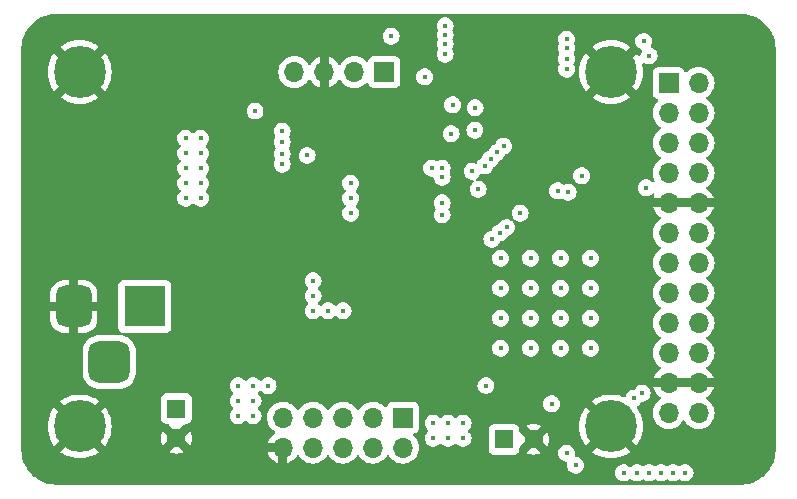
<source format=gbr>
%TF.GenerationSoftware,KiCad,Pcbnew,7.0.2-0*%
%TF.CreationDate,2024-01-05T15:47:56-05:00*%
%TF.ProjectId,WiringHarness,57697269-6e67-4486-9172-6e6573732e6b,rev?*%
%TF.SameCoordinates,Original*%
%TF.FileFunction,Copper,L2,Inr*%
%TF.FilePolarity,Positive*%
%FSLAX46Y46*%
G04 Gerber Fmt 4.6, Leading zero omitted, Abs format (unit mm)*
G04 Created by KiCad (PCBNEW 7.0.2-0) date 2024-01-05 15:47:56*
%MOMM*%
%LPD*%
G01*
G04 APERTURE LIST*
G04 Aperture macros list*
%AMRoundRect*
0 Rectangle with rounded corners*
0 $1 Rounding radius*
0 $2 $3 $4 $5 $6 $7 $8 $9 X,Y pos of 4 corners*
0 Add a 4 corners polygon primitive as box body*
4,1,4,$2,$3,$4,$5,$6,$7,$8,$9,$2,$3,0*
0 Add four circle primitives for the rounded corners*
1,1,$1+$1,$2,$3*
1,1,$1+$1,$4,$5*
1,1,$1+$1,$6,$7*
1,1,$1+$1,$8,$9*
0 Add four rect primitives between the rounded corners*
20,1,$1+$1,$2,$3,$4,$5,0*
20,1,$1+$1,$4,$5,$6,$7,0*
20,1,$1+$1,$6,$7,$8,$9,0*
20,1,$1+$1,$8,$9,$2,$3,0*%
G04 Aperture macros list end*
%TA.AperFunction,ComponentPad*%
%ADD10R,1.700000X1.700000*%
%TD*%
%TA.AperFunction,ComponentPad*%
%ADD11O,1.700000X1.700000*%
%TD*%
%TA.AperFunction,ComponentPad*%
%ADD12C,4.400000*%
%TD*%
%TA.AperFunction,ComponentPad*%
%ADD13R,1.600000X1.600000*%
%TD*%
%TA.AperFunction,ComponentPad*%
%ADD14C,1.600000*%
%TD*%
%TA.AperFunction,ComponentPad*%
%ADD15R,3.500000X3.500000*%
%TD*%
%TA.AperFunction,ComponentPad*%
%ADD16RoundRect,0.750000X-0.750000X-1.000000X0.750000X-1.000000X0.750000X1.000000X-0.750000X1.000000X0*%
%TD*%
%TA.AperFunction,ComponentPad*%
%ADD17RoundRect,0.875000X-0.875000X-0.875000X0.875000X-0.875000X0.875000X0.875000X-0.875000X0.875000X0*%
%TD*%
%TA.AperFunction,ViaPad*%
%ADD18C,0.420000*%
%TD*%
G04 APERTURE END LIST*
D10*
%TO.N,/StepX*%
%TO.C,J4*%
X159370000Y-110000000D03*
D11*
%TO.N,/DirX*%
X159370000Y-112540000D03*
%TO.N,/SCL*%
X156830000Y-110000000D03*
%TO.N,/SDA*%
X156830000Y-112540000D03*
%TO.N,/D0*%
X154290000Y-110000000D03*
%TO.N,/D1*%
X154290000Y-112540000D03*
%TO.N,/StepY*%
X151750000Y-110000000D03*
%TO.N,/DirY*%
X151750000Y-112540000D03*
%TO.N,/Vsys*%
X149210000Y-110000000D03*
%TO.N,GND*%
X149210000Y-112540000D03*
%TD*%
D10*
%TO.N,/SCL*%
%TO.C,J5*%
X157800000Y-80750000D03*
D11*
%TO.N,/SDA*%
X155260000Y-80750000D03*
%TO.N,GND*%
X152720000Y-80750000D03*
%TO.N,+5V*%
X150180000Y-80750000D03*
%TD*%
D12*
%TO.N,GND*%
%TO.C,H2*%
X177000000Y-110750000D03*
%TD*%
D10*
%TO.N,/Y0_0*%
%TO.C,J7*%
X181864000Y-81661000D03*
D11*
%TO.N,/Y1_0*%
X184404000Y-81661000D03*
%TO.N,/Y0_1*%
X181864000Y-84201000D03*
%TO.N,/Y1_1*%
X184404000Y-84201000D03*
%TO.N,/Y0_2*%
X181864000Y-86741000D03*
%TO.N,/Y1_2*%
X184404000Y-86741000D03*
%TO.N,/Y0_3*%
X181864000Y-89281000D03*
%TO.N,/Y1_3*%
X184404000Y-89281000D03*
%TO.N,GND*%
X181864000Y-91821000D03*
X184404000Y-91821000D03*
%TO.N,+5VP*%
X181864000Y-94361000D03*
X184404000Y-94361000D03*
%TO.N,unconnected-(J7-Pin_13-Pad13)*%
X181864000Y-96901000D03*
%TO.N,/X_0*%
X184404000Y-96901000D03*
%TO.N,unconnected-(J7-Pin_15-Pad15)*%
X181864000Y-99441000D03*
%TO.N,/X_1*%
X184404000Y-99441000D03*
%TO.N,/D1*%
X181864000Y-101981000D03*
%TO.N,/X_2*%
X184404000Y-101981000D03*
%TO.N,/D0*%
X181864000Y-104521000D03*
%TO.N,/X_3*%
X184404000Y-104521000D03*
%TO.N,GND*%
X181864000Y-107061000D03*
X184404000Y-107061000D03*
%TO.N,Net-(J7-Pin_23)*%
X181864000Y-109601000D03*
%TO.N,+5VP*%
X184404000Y-109601000D03*
%TD*%
D12*
%TO.N,GND*%
%TO.C,H5*%
X132000000Y-80750000D03*
%TD*%
%TO.N,GND*%
%TO.C,H3*%
X132000000Y-110750000D03*
%TD*%
D13*
%TO.N,+5VP*%
%TO.C,C3*%
X167934000Y-111836200D03*
D14*
%TO.N,GND*%
X170434000Y-111836200D03*
%TD*%
D15*
%TO.N,Net-(D1-A)*%
%TO.C,J1*%
X137512000Y-100592500D03*
D16*
%TO.N,GND*%
X131512000Y-100592500D03*
D17*
%TO.N,N/C*%
X134512000Y-105292500D03*
%TD*%
D13*
%TO.N,Net-(D1-A)*%
%TO.C,C10*%
X140200000Y-109250000D03*
D14*
%TO.N,GND*%
X140200000Y-111750000D03*
%TD*%
D12*
%TO.N,GND*%
%TO.C,H1*%
X177000000Y-80750000D03*
%TD*%
D18*
%TO.N,GND*%
X145415000Y-84074000D03*
X146050000Y-87122000D03*
X146850000Y-91270000D03*
X146860000Y-91810000D03*
X156550000Y-92000000D03*
X156972000Y-105130600D03*
X175006000Y-92710000D03*
X160274000Y-90678000D03*
X169150000Y-81500000D03*
X184785000Y-79502000D03*
X146050000Y-86360000D03*
X145415000Y-82042000D03*
X160020000Y-86614000D03*
X169150000Y-80800000D03*
X146050000Y-87884000D03*
X170942000Y-92710000D03*
X187071000Y-112649000D03*
X153289000Y-98958400D03*
X178435000Y-99568000D03*
X164211000Y-91821000D03*
X160274000Y-91440000D03*
%TO.N,/Vsys*%
X154940000Y-91440000D03*
X154940000Y-92710000D03*
X142240000Y-87630000D03*
X146685000Y-108585000D03*
X145415000Y-109855000D03*
X140970000Y-88900000D03*
X147955000Y-107315000D03*
X142240000Y-86360000D03*
X140970000Y-86360000D03*
X142240000Y-91440000D03*
X145415000Y-107315000D03*
X146685000Y-107315000D03*
X142240000Y-88900000D03*
X140970000Y-90170000D03*
X146685000Y-109855000D03*
X140970000Y-87630000D03*
X145415000Y-108585000D03*
X142240000Y-90170000D03*
X140970000Y-91440000D03*
X154940000Y-90170000D03*
%TO.N,/SDA3*%
X165735000Y-90678000D03*
X165468800Y-85674200D03*
X163576000Y-83515200D03*
%TO.N,/D0*%
X179628800Y-107950000D03*
%TO.N,/D1*%
X178917600Y-108356400D03*
%TO.N,/SCL3*%
X165481000Y-83769200D03*
X165222000Y-89154000D03*
X161200000Y-81150000D03*
%TO.N,/RstN*%
X180213000Y-79375000D03*
X179959000Y-90551000D03*
%TO.N,/StepX*%
X172466000Y-90805000D03*
X171958000Y-108839000D03*
%TO.N,/DirX*%
X173228000Y-113030000D03*
X173355000Y-90932000D03*
%TO.N,/StepY*%
X151257000Y-87807800D03*
%TO.N,/DirY*%
X173990000Y-114046000D03*
X174498000Y-89535000D03*
%TO.N,+3.3V*%
X162941000Y-77597000D03*
X173228000Y-79629000D03*
X162941000Y-78359000D03*
X162687000Y-89662000D03*
X173228000Y-77978000D03*
X169291000Y-92710000D03*
X162687000Y-92837000D03*
X173228000Y-78740000D03*
X162941000Y-79248000D03*
X163449000Y-85979000D03*
X173228000Y-80518000D03*
X162941000Y-76835000D03*
X161798000Y-88900000D03*
X162687000Y-91821000D03*
X179750000Y-78150000D03*
X162687000Y-88900000D03*
%TO.N,+5V*%
X149150000Y-86650000D03*
X158369000Y-77724000D03*
X146850000Y-84050000D03*
X149150000Y-88550000D03*
X149150000Y-87650000D03*
X149150000Y-85750000D03*
%TO.N,/X_0*%
X167900000Y-87000000D03*
X168150000Y-93900000D03*
%TO.N,/X_1*%
X167327000Y-87550000D03*
X167550000Y-94350000D03*
%TO.N,/X_2*%
X166800000Y-88100000D03*
X166900000Y-94900000D03*
%TO.N,/X_3*%
X166300000Y-88700000D03*
X166400000Y-107289600D03*
%TO.N,+5VP*%
X161925000Y-111760000D03*
X172720000Y-101600000D03*
X151765000Y-98425000D03*
X175260000Y-99060000D03*
X179197000Y-114681000D03*
X164465000Y-110490000D03*
X170180000Y-104140000D03*
X167640000Y-104140000D03*
X175260000Y-104140000D03*
X151765000Y-100965000D03*
X182245000Y-114681000D03*
X153035000Y-100965000D03*
X167640000Y-96520000D03*
X172720000Y-104140000D03*
X151765000Y-99695000D03*
X175260000Y-96520000D03*
X167640000Y-101600000D03*
X163195000Y-111760000D03*
X172720000Y-96520000D03*
X170180000Y-101600000D03*
X170180000Y-96520000D03*
X172720000Y-99060000D03*
X163195000Y-110490000D03*
X154305000Y-100965000D03*
X175260000Y-101600000D03*
X178054000Y-114681000D03*
X167640000Y-99060000D03*
X181229000Y-114681000D03*
X170180000Y-99060000D03*
X164465000Y-111760000D03*
X183261000Y-114681000D03*
X161925000Y-110490000D03*
X180213000Y-114681000D03*
%TD*%
%TA.AperFunction,Conductor*%
%TO.N,GND*%
G36*
X184022239Y-106730202D02*
G01*
X183944507Y-106851156D01*
X183904000Y-106989111D01*
X183904000Y-107132889D01*
X183944507Y-107270844D01*
X184022239Y-107391798D01*
X184073252Y-107436000D01*
X182194748Y-107436000D01*
X182245761Y-107391798D01*
X182323493Y-107270844D01*
X182364000Y-107132889D01*
X182364000Y-106989111D01*
X182323493Y-106851156D01*
X182245761Y-106730202D01*
X182194748Y-106686000D01*
X184073252Y-106686000D01*
X184022239Y-106730202D01*
G37*
%TD.AperFunction*%
%TA.AperFunction,Conductor*%
G36*
X184022239Y-91490202D02*
G01*
X183944507Y-91611156D01*
X183904000Y-91749111D01*
X183904000Y-91892889D01*
X183944507Y-92030844D01*
X184022239Y-92151798D01*
X184073252Y-92196000D01*
X182194748Y-92196000D01*
X182245761Y-92151798D01*
X182323493Y-92030844D01*
X182364000Y-91892889D01*
X182364000Y-91749111D01*
X182323493Y-91611156D01*
X182245761Y-91490202D01*
X182194748Y-91446000D01*
X184073252Y-91446000D01*
X184022239Y-91490202D01*
G37*
%TD.AperFunction*%
%TA.AperFunction,Conductor*%
G36*
X188001153Y-75825694D02*
G01*
X188318180Y-75843497D01*
X188331978Y-75845051D01*
X188641580Y-75897653D01*
X188655135Y-75900747D01*
X188956898Y-75987681D01*
X188970023Y-75992274D01*
X189028209Y-76016375D01*
X189260153Y-76112448D01*
X189272660Y-76118471D01*
X189547518Y-76270377D01*
X189559292Y-76277775D01*
X189670387Y-76356600D01*
X189815416Y-76459503D01*
X189826270Y-76468159D01*
X190060436Y-76677420D01*
X190070262Y-76687247D01*
X190279521Y-76921407D01*
X190288191Y-76932278D01*
X190469909Y-77188384D01*
X190477307Y-77200158D01*
X190629212Y-77475007D01*
X190635246Y-77487536D01*
X190751535Y-77768283D01*
X190755419Y-77777658D01*
X190760012Y-77790784D01*
X190846948Y-78092547D01*
X190850042Y-78106103D01*
X190902644Y-78415693D01*
X190904201Y-78429511D01*
X190921985Y-78746170D01*
X190922180Y-78753123D01*
X190922180Y-112746519D01*
X190921985Y-112753472D01*
X190904181Y-113070487D01*
X190902624Y-113084305D01*
X190850023Y-113393893D01*
X190846929Y-113407450D01*
X190759994Y-113709209D01*
X190755401Y-113722334D01*
X190635228Y-114012454D01*
X190629194Y-114024983D01*
X190477290Y-114299830D01*
X190469892Y-114311603D01*
X190288175Y-114567708D01*
X190279506Y-114578580D01*
X190070249Y-114812738D01*
X190060416Y-114822571D01*
X189826272Y-115031813D01*
X189815400Y-115040483D01*
X189559282Y-115222207D01*
X189547508Y-115229605D01*
X189474377Y-115270023D01*
X189272659Y-115381506D01*
X189260138Y-115387536D01*
X188970016Y-115507706D01*
X188956891Y-115512299D01*
X188655131Y-115599233D01*
X188641574Y-115602327D01*
X188331986Y-115654927D01*
X188318168Y-115656484D01*
X188057497Y-115671121D01*
X188000796Y-115674305D01*
X187993847Y-115674500D01*
X130003481Y-115674500D01*
X129996528Y-115674305D01*
X129679511Y-115656501D01*
X129665693Y-115654944D01*
X129356105Y-115602343D01*
X129342548Y-115599249D01*
X129040787Y-115512313D01*
X129027662Y-115507720D01*
X128737541Y-115387548D01*
X128725013Y-115381515D01*
X128523284Y-115270024D01*
X128450156Y-115229607D01*
X128438391Y-115222214D01*
X128182285Y-115040497D01*
X128171417Y-115031831D01*
X128054885Y-114927692D01*
X127937255Y-114822571D01*
X127927425Y-114812741D01*
X127718164Y-114578576D01*
X127709504Y-114567716D01*
X127527782Y-114311603D01*
X127520395Y-114299848D01*
X127368480Y-114024979D01*
X127362454Y-114012465D01*
X127242278Y-113722334D01*
X127237686Y-113709212D01*
X127150750Y-113407451D01*
X127147656Y-113393894D01*
X127144787Y-113377009D01*
X127095053Y-113084296D01*
X127093499Y-113070498D01*
X127075693Y-112753436D01*
X127075500Y-112746548D01*
X127075500Y-112725469D01*
X127075500Y-112725468D01*
X127075500Y-110753736D01*
X129295290Y-110753736D01*
X129314560Y-111072302D01*
X129315462Y-111079732D01*
X129372990Y-111393651D01*
X129374778Y-111400907D01*
X129469729Y-111705613D01*
X129472374Y-111712589D01*
X129603362Y-112003631D01*
X129606836Y-112010251D01*
X129771945Y-112283373D01*
X129776191Y-112289525D01*
X129843820Y-112375847D01*
X129843821Y-112375847D01*
X131003576Y-111216092D01*
X131043038Y-111302502D01*
X131164894Y-111473624D01*
X131316932Y-111618592D01*
X131493658Y-111732167D01*
X131532580Y-111747749D01*
X130374151Y-112906177D01*
X130374151Y-112906178D01*
X130460470Y-112973805D01*
X130466631Y-112978058D01*
X130739748Y-113143163D01*
X130746368Y-113146637D01*
X131037410Y-113277625D01*
X131044386Y-113280270D01*
X131349092Y-113375221D01*
X131356348Y-113377009D01*
X131670267Y-113434537D01*
X131677697Y-113435439D01*
X131996264Y-113454709D01*
X132003736Y-113454709D01*
X132322302Y-113435439D01*
X132329732Y-113434537D01*
X132643651Y-113377009D01*
X132650907Y-113375221D01*
X132955613Y-113280270D01*
X132962589Y-113277625D01*
X133253631Y-113146637D01*
X133260251Y-113143163D01*
X133533368Y-112978058D01*
X133539531Y-112973803D01*
X133625848Y-112906178D01*
X133616556Y-112896886D01*
X139583442Y-112896886D01*
X139753673Y-112976266D01*
X139973397Y-113035141D01*
X140200000Y-113054966D01*
X140426602Y-113035141D01*
X140646326Y-112976266D01*
X140777711Y-112915000D01*
X147912858Y-112915000D01*
X147936569Y-113003491D01*
X148036399Y-113217576D01*
X148171893Y-113411081D01*
X148338918Y-113578106D01*
X148532423Y-113713600D01*
X148746508Y-113813430D01*
X148834999Y-113837141D01*
X148835000Y-113837141D01*
X148835000Y-112915000D01*
X147912858Y-112915000D01*
X140777711Y-112915000D01*
X140816556Y-112896886D01*
X140200001Y-112280330D01*
X140200000Y-112280330D01*
X139583442Y-112896886D01*
X133616556Y-112896886D01*
X132466663Y-111746993D01*
X132597410Y-111679589D01*
X132762540Y-111549729D01*
X132900110Y-111390965D01*
X132999369Y-111219041D01*
X134156177Y-112375847D01*
X134156178Y-112375847D01*
X134223804Y-112289531D01*
X134228058Y-112283368D01*
X134393163Y-112010251D01*
X134396637Y-112003631D01*
X134510788Y-111750000D01*
X138895033Y-111750000D01*
X138914858Y-111976602D01*
X138973733Y-112196326D01*
X139053113Y-112366556D01*
X139669670Y-111750000D01*
X139795014Y-111750000D01*
X139814835Y-111875148D01*
X139872359Y-111988045D01*
X139961955Y-112077641D01*
X140074852Y-112135165D01*
X140168519Y-112150000D01*
X140231481Y-112150000D01*
X140325148Y-112135165D01*
X140438045Y-112077641D01*
X140527641Y-111988045D01*
X140585165Y-111875148D01*
X140604986Y-111750000D01*
X140730330Y-111750000D01*
X141346886Y-112366556D01*
X141426266Y-112196326D01*
X141485141Y-111976602D01*
X141504966Y-111750000D01*
X141485141Y-111523397D01*
X141426266Y-111303673D01*
X141346886Y-111133442D01*
X140730330Y-111749999D01*
X140730330Y-111750000D01*
X140604986Y-111750000D01*
X140585165Y-111624852D01*
X140527641Y-111511955D01*
X140438045Y-111422359D01*
X140325148Y-111364835D01*
X140231481Y-111350000D01*
X140168519Y-111350000D01*
X140074852Y-111364835D01*
X139961955Y-111422359D01*
X139872359Y-111511955D01*
X139814835Y-111624852D01*
X139795014Y-111750000D01*
X139669670Y-111750000D01*
X139053112Y-111133442D01*
X138973734Y-111303671D01*
X138914858Y-111523397D01*
X138895033Y-111750000D01*
X134510788Y-111750000D01*
X134527625Y-111712589D01*
X134530270Y-111705613D01*
X134625221Y-111400907D01*
X134627009Y-111393651D01*
X134684537Y-111079732D01*
X134685439Y-111072302D01*
X134704709Y-110753736D01*
X134704709Y-110746263D01*
X134685439Y-110427697D01*
X134684537Y-110420267D01*
X134627009Y-110106348D01*
X134625221Y-110099092D01*
X134623814Y-110094578D01*
X138899500Y-110094578D01*
X138899501Y-110097872D01*
X138899853Y-110101152D01*
X138899854Y-110101159D01*
X138905909Y-110157484D01*
X138929103Y-110219670D01*
X138956204Y-110292331D01*
X139042454Y-110407546D01*
X139157669Y-110493796D01*
X139292517Y-110544091D01*
X139352127Y-110550500D01*
X139479469Y-110550499D01*
X139546506Y-110570183D01*
X139567148Y-110586818D01*
X140200000Y-111219670D01*
X140200001Y-111219670D01*
X140832851Y-110586818D01*
X140894174Y-110553333D01*
X140920531Y-110550499D01*
X141047872Y-110550499D01*
X141107483Y-110544091D01*
X141242331Y-110493796D01*
X141357546Y-110407546D01*
X141443796Y-110292331D01*
X141494091Y-110157483D01*
X141500500Y-110097873D01*
X141500500Y-109854999D01*
X144699281Y-109854999D01*
X144720079Y-110026283D01*
X144781262Y-110187611D01*
X144819644Y-110243216D01*
X144879277Y-110329609D01*
X145008426Y-110444024D01*
X145161203Y-110524208D01*
X145328730Y-110565500D01*
X145328732Y-110565500D01*
X145501268Y-110565500D01*
X145501270Y-110565500D01*
X145668797Y-110524208D01*
X145821574Y-110444024D01*
X145950723Y-110329609D01*
X145950724Y-110329606D01*
X145961993Y-110319624D01*
X145963344Y-110321149D01*
X146002231Y-110289636D01*
X146071680Y-110281976D01*
X146134245Y-110313078D01*
X146146228Y-110326907D01*
X146149275Y-110329606D01*
X146149277Y-110329609D01*
X146278426Y-110444024D01*
X146431203Y-110524208D01*
X146598730Y-110565500D01*
X146598732Y-110565500D01*
X146771268Y-110565500D01*
X146771270Y-110565500D01*
X146938797Y-110524208D01*
X147091574Y-110444024D01*
X147220723Y-110329609D01*
X147318737Y-110187611D01*
X147379921Y-110026283D01*
X147383112Y-110000000D01*
X147854340Y-110000000D01*
X147874936Y-110235407D01*
X147915981Y-110388589D01*
X147936097Y-110463663D01*
X148035965Y-110677830D01*
X148171505Y-110871401D01*
X148338599Y-111038495D01*
X148524596Y-111168732D01*
X148568219Y-111223307D01*
X148575412Y-111292806D01*
X148543890Y-111355160D01*
X148524595Y-111371880D01*
X148338919Y-111501892D01*
X148171890Y-111668921D01*
X148036400Y-111862421D01*
X147936569Y-112076507D01*
X147912858Y-112164999D01*
X147912858Y-112165000D01*
X148879252Y-112165000D01*
X148828239Y-112209202D01*
X148750507Y-112330156D01*
X148710000Y-112468111D01*
X148710000Y-112611889D01*
X148750507Y-112749844D01*
X148828239Y-112870798D01*
X148936900Y-112964952D01*
X149067685Y-113024680D01*
X149174237Y-113040000D01*
X149245763Y-113040000D01*
X149352315Y-113024680D01*
X149483100Y-112964952D01*
X149585000Y-112876656D01*
X149585000Y-113837141D01*
X149673491Y-113813430D01*
X149887576Y-113713600D01*
X150081081Y-113578106D01*
X150248109Y-113411078D01*
X150378119Y-113225405D01*
X150432696Y-113181780D01*
X150502194Y-113174586D01*
X150564549Y-113206109D01*
X150581265Y-113225400D01*
X150711505Y-113411401D01*
X150878599Y-113578495D01*
X151072170Y-113714035D01*
X151286337Y-113813903D01*
X151513297Y-113874716D01*
X151514592Y-113875063D01*
X151749999Y-113895659D01*
X151749999Y-113895658D01*
X151750000Y-113895659D01*
X151985408Y-113875063D01*
X152213663Y-113813903D01*
X152427830Y-113714035D01*
X152621401Y-113578495D01*
X152788495Y-113411401D01*
X152918427Y-113225838D01*
X152973001Y-113182216D01*
X153042499Y-113175022D01*
X153104854Y-113206545D01*
X153121572Y-113225838D01*
X153251505Y-113411401D01*
X153418599Y-113578495D01*
X153612170Y-113714035D01*
X153826337Y-113813903D01*
X154054592Y-113875063D01*
X154290000Y-113895659D01*
X154525408Y-113875063D01*
X154753663Y-113813903D01*
X154967830Y-113714035D01*
X155161401Y-113578495D01*
X155328495Y-113411401D01*
X155458426Y-113225839D01*
X155513002Y-113182216D01*
X155582500Y-113175022D01*
X155644855Y-113206545D01*
X155661571Y-113225837D01*
X155791505Y-113411401D01*
X155958599Y-113578495D01*
X156152170Y-113714035D01*
X156366337Y-113813903D01*
X156594592Y-113875063D01*
X156830000Y-113895659D01*
X157065408Y-113875063D01*
X157293663Y-113813903D01*
X157507830Y-113714035D01*
X157701401Y-113578495D01*
X157868495Y-113411401D01*
X157998427Y-113225838D01*
X158053001Y-113182216D01*
X158122499Y-113175022D01*
X158184854Y-113206545D01*
X158201572Y-113225838D01*
X158331505Y-113411401D01*
X158498599Y-113578495D01*
X158692170Y-113714035D01*
X158906337Y-113813903D01*
X159134592Y-113875063D01*
X159370000Y-113895659D01*
X159605408Y-113875063D01*
X159833663Y-113813903D01*
X160047830Y-113714035D01*
X160241401Y-113578495D01*
X160408495Y-113411401D01*
X160544035Y-113217830D01*
X160643903Y-113003663D01*
X160705063Y-112775408D01*
X160713342Y-112680778D01*
X166633500Y-112680778D01*
X166633501Y-112684072D01*
X166633853Y-112687352D01*
X166633854Y-112687359D01*
X166639909Y-112743684D01*
X166665056Y-112811106D01*
X166690204Y-112878531D01*
X166776454Y-112993746D01*
X166891669Y-113079996D01*
X167026517Y-113130291D01*
X167086127Y-113136700D01*
X168781872Y-113136699D01*
X168841483Y-113130291D01*
X168976331Y-113079996D01*
X169091546Y-112993746D01*
X169099526Y-112983086D01*
X169817442Y-112983086D01*
X169987673Y-113062466D01*
X170207397Y-113121341D01*
X170434000Y-113141166D01*
X170660602Y-113121341D01*
X170880326Y-113062466D01*
X170949949Y-113030000D01*
X172512281Y-113030000D01*
X172533079Y-113201283D01*
X172594262Y-113362611D01*
X172659398Y-113456975D01*
X172692277Y-113504609D01*
X172821426Y-113619024D01*
X172974203Y-113699208D01*
X173141730Y-113740500D01*
X173141732Y-113740500D01*
X173171409Y-113740500D01*
X173238448Y-113760185D01*
X173284203Y-113812989D01*
X173294505Y-113879446D01*
X173274281Y-114046000D01*
X173295079Y-114217283D01*
X173356262Y-114378611D01*
X173389895Y-114427336D01*
X173454277Y-114520609D01*
X173583426Y-114635024D01*
X173736203Y-114715208D01*
X173903730Y-114756500D01*
X173903732Y-114756500D01*
X174076268Y-114756500D01*
X174076270Y-114756500D01*
X174243797Y-114715208D01*
X174308975Y-114681000D01*
X177338281Y-114681000D01*
X177359079Y-114852283D01*
X177420262Y-115013611D01*
X177482499Y-115103776D01*
X177518277Y-115155609D01*
X177647426Y-115270024D01*
X177800203Y-115350208D01*
X177967730Y-115391500D01*
X177967732Y-115391500D01*
X178140268Y-115391500D01*
X178140270Y-115391500D01*
X178307797Y-115350208D01*
X178460574Y-115270024D01*
X178543272Y-115196760D01*
X178606506Y-115167038D01*
X178675770Y-115176222D01*
X178707727Y-115196760D01*
X178790424Y-115270023D01*
X178790426Y-115270024D01*
X178943203Y-115350208D01*
X179110730Y-115391500D01*
X179110732Y-115391500D01*
X179283268Y-115391500D01*
X179283270Y-115391500D01*
X179450797Y-115350208D01*
X179603574Y-115270024D01*
X179622773Y-115253014D01*
X179686006Y-115223294D01*
X179755270Y-115232478D01*
X179787225Y-115253014D01*
X179806426Y-115270024D01*
X179959203Y-115350208D01*
X180126730Y-115391500D01*
X180126732Y-115391500D01*
X180299268Y-115391500D01*
X180299270Y-115391500D01*
X180466797Y-115350208D01*
X180619574Y-115270024D01*
X180638773Y-115253014D01*
X180702006Y-115223294D01*
X180771270Y-115232478D01*
X180803225Y-115253014D01*
X180822426Y-115270024D01*
X180975203Y-115350208D01*
X181142730Y-115391500D01*
X181142732Y-115391500D01*
X181315268Y-115391500D01*
X181315270Y-115391500D01*
X181482797Y-115350208D01*
X181635574Y-115270024D01*
X181654773Y-115253014D01*
X181718006Y-115223294D01*
X181787270Y-115232478D01*
X181819225Y-115253014D01*
X181838426Y-115270024D01*
X181991203Y-115350208D01*
X182158730Y-115391500D01*
X182158732Y-115391500D01*
X182331268Y-115391500D01*
X182331270Y-115391500D01*
X182498797Y-115350208D01*
X182651574Y-115270024D01*
X182670773Y-115253014D01*
X182734006Y-115223294D01*
X182803270Y-115232478D01*
X182835225Y-115253014D01*
X182854426Y-115270024D01*
X183007203Y-115350208D01*
X183174730Y-115391500D01*
X183174732Y-115391500D01*
X183347268Y-115391500D01*
X183347270Y-115391500D01*
X183514797Y-115350208D01*
X183667574Y-115270024D01*
X183796723Y-115155609D01*
X183894737Y-115013611D01*
X183955921Y-114852283D01*
X183976718Y-114681000D01*
X183955921Y-114509717D01*
X183894737Y-114348389D01*
X183894737Y-114348388D01*
X183804241Y-114217283D01*
X183796723Y-114206391D01*
X183667574Y-114091976D01*
X183514797Y-114011792D01*
X183347270Y-113970500D01*
X183174730Y-113970500D01*
X183007203Y-114011792D01*
X183007201Y-114011792D01*
X183007201Y-114011793D01*
X182854424Y-114091976D01*
X182835225Y-114108985D01*
X182771992Y-114138705D01*
X182702728Y-114129520D01*
X182670775Y-114108985D01*
X182651575Y-114091976D01*
X182571391Y-114049892D01*
X182498797Y-114011792D01*
X182331270Y-113970500D01*
X182158730Y-113970500D01*
X181991203Y-114011792D01*
X181991201Y-114011792D01*
X181991201Y-114011793D01*
X181838423Y-114091977D01*
X181819223Y-114108986D01*
X181755989Y-114138705D01*
X181686725Y-114129519D01*
X181654772Y-114108984D01*
X181635574Y-114091976D01*
X181482797Y-114011792D01*
X181315270Y-113970500D01*
X181142730Y-113970500D01*
X180975203Y-114011792D01*
X180975201Y-114011792D01*
X180975201Y-114011793D01*
X180822424Y-114091976D01*
X180803225Y-114108985D01*
X180739992Y-114138705D01*
X180670728Y-114129520D01*
X180638775Y-114108985D01*
X180619575Y-114091976D01*
X180539391Y-114049892D01*
X180466797Y-114011792D01*
X180299270Y-113970500D01*
X180126730Y-113970500D01*
X179959203Y-114011792D01*
X179959201Y-114011792D01*
X179959201Y-114011793D01*
X179806424Y-114091976D01*
X179787225Y-114108985D01*
X179723992Y-114138705D01*
X179654728Y-114129520D01*
X179622775Y-114108985D01*
X179603575Y-114091976D01*
X179523391Y-114049892D01*
X179450797Y-114011792D01*
X179283270Y-113970500D01*
X179110730Y-113970500D01*
X178943203Y-114011792D01*
X178943201Y-114011792D01*
X178943201Y-114011793D01*
X178790426Y-114091975D01*
X178707727Y-114165240D01*
X178644493Y-114194961D01*
X178575230Y-114185777D01*
X178543273Y-114165240D01*
X178460573Y-114091975D01*
X178384185Y-114051884D01*
X178307797Y-114011792D01*
X178140270Y-113970500D01*
X177967730Y-113970500D01*
X177800203Y-114011792D01*
X177800201Y-114011792D01*
X177800201Y-114011793D01*
X177647427Y-114091975D01*
X177518276Y-114206392D01*
X177420262Y-114348388D01*
X177359079Y-114509716D01*
X177338281Y-114681000D01*
X174308975Y-114681000D01*
X174396574Y-114635024D01*
X174525723Y-114520609D01*
X174623737Y-114378611D01*
X174684921Y-114217283D01*
X174705718Y-114046000D01*
X174684921Y-113874717D01*
X174646940Y-113774572D01*
X174623737Y-113713388D01*
X174574730Y-113642390D01*
X174525723Y-113571391D01*
X174396574Y-113456976D01*
X174243797Y-113376792D01*
X174076270Y-113335500D01*
X174046591Y-113335500D01*
X173979552Y-113315815D01*
X173933797Y-113263011D01*
X173923495Y-113196554D01*
X173926110Y-113175022D01*
X173943718Y-113030000D01*
X173922921Y-112858717D01*
X173880367Y-112746513D01*
X173861737Y-112697388D01*
X173802721Y-112611889D01*
X173763723Y-112555391D01*
X173634574Y-112440976D01*
X173481797Y-112360792D01*
X173314270Y-112319500D01*
X173141730Y-112319500D01*
X172974203Y-112360792D01*
X172974201Y-112360792D01*
X172974201Y-112360793D01*
X172821427Y-112440975D01*
X172692276Y-112555392D01*
X172594262Y-112697388D01*
X172533079Y-112858716D01*
X172512281Y-113030000D01*
X170949949Y-113030000D01*
X171050556Y-112983086D01*
X170434001Y-112366530D01*
X170434000Y-112366530D01*
X169817442Y-112983086D01*
X169099526Y-112983086D01*
X169177796Y-112878531D01*
X169228091Y-112743683D01*
X169234500Y-112684073D01*
X169234499Y-112556728D01*
X169254183Y-112489692D01*
X169270818Y-112469050D01*
X169903670Y-111836200D01*
X170029014Y-111836200D01*
X170048835Y-111961348D01*
X170106359Y-112074245D01*
X170195955Y-112163841D01*
X170308852Y-112221365D01*
X170402519Y-112236200D01*
X170465481Y-112236200D01*
X170559148Y-112221365D01*
X170672045Y-112163841D01*
X170761641Y-112074245D01*
X170819165Y-111961348D01*
X170838986Y-111836200D01*
X170964330Y-111836200D01*
X171580886Y-112452756D01*
X171660266Y-112282526D01*
X171719141Y-112062802D01*
X171738966Y-111836200D01*
X171719141Y-111609597D01*
X171660266Y-111389873D01*
X171580886Y-111219642D01*
X170964330Y-111836199D01*
X170964330Y-111836200D01*
X170838986Y-111836200D01*
X170819165Y-111711052D01*
X170761641Y-111598155D01*
X170672045Y-111508559D01*
X170559148Y-111451035D01*
X170465481Y-111436200D01*
X170402519Y-111436200D01*
X170308852Y-111451035D01*
X170195955Y-111508559D01*
X170106359Y-111598155D01*
X170048835Y-111711052D01*
X170029014Y-111836200D01*
X169903670Y-111836200D01*
X169270818Y-111203348D01*
X169237333Y-111142025D01*
X169234499Y-111115667D01*
X169234499Y-110991639D01*
X169234499Y-110988328D01*
X169228091Y-110928717D01*
X169177796Y-110793869D01*
X169099525Y-110689312D01*
X169817442Y-110689312D01*
X170434000Y-111305869D01*
X170434001Y-111305869D01*
X170986133Y-110753736D01*
X174295291Y-110753736D01*
X174314560Y-111072302D01*
X174315462Y-111079732D01*
X174372990Y-111393651D01*
X174374778Y-111400907D01*
X174469729Y-111705613D01*
X174472374Y-111712589D01*
X174603362Y-112003631D01*
X174606836Y-112010251D01*
X174771945Y-112283373D01*
X174776191Y-112289525D01*
X174843821Y-112375847D01*
X176003576Y-111216092D01*
X176043038Y-111302502D01*
X176164894Y-111473624D01*
X176316932Y-111618592D01*
X176493658Y-111732167D01*
X176532579Y-111747748D01*
X175374151Y-112906177D01*
X175374151Y-112906178D01*
X175460470Y-112973805D01*
X175466631Y-112978058D01*
X175739748Y-113143163D01*
X175746368Y-113146637D01*
X176037410Y-113277625D01*
X176044386Y-113280270D01*
X176349092Y-113375221D01*
X176356348Y-113377009D01*
X176670267Y-113434537D01*
X176677697Y-113435439D01*
X176996264Y-113454709D01*
X177003736Y-113454709D01*
X177322302Y-113435439D01*
X177329732Y-113434537D01*
X177643651Y-113377009D01*
X177650907Y-113375221D01*
X177955613Y-113280270D01*
X177962589Y-113277625D01*
X178253631Y-113146637D01*
X178260251Y-113143163D01*
X178533368Y-112978058D01*
X178539531Y-112973804D01*
X178625847Y-112906178D01*
X178625847Y-112906177D01*
X177466664Y-111746992D01*
X177597410Y-111679589D01*
X177762540Y-111549729D01*
X177900110Y-111390965D01*
X177999370Y-111219040D01*
X179156178Y-112375848D01*
X179223803Y-112289531D01*
X179228058Y-112283368D01*
X179393163Y-112010251D01*
X179396637Y-112003631D01*
X179527625Y-111712589D01*
X179530270Y-111705613D01*
X179625221Y-111400907D01*
X179627009Y-111393651D01*
X179684537Y-111079732D01*
X179685439Y-111072302D01*
X179704709Y-110753736D01*
X179704709Y-110746263D01*
X179685439Y-110427697D01*
X179684537Y-110420267D01*
X179627009Y-110106348D01*
X179625221Y-110099092D01*
X179530270Y-109794386D01*
X179527625Y-109787410D01*
X179396637Y-109496368D01*
X179393163Y-109489748D01*
X179228054Y-109216626D01*
X179223807Y-109210472D01*
X179197666Y-109177106D01*
X179171816Y-109112194D01*
X179185164Y-109043611D01*
X179233472Y-108993132D01*
X179237627Y-108990847D01*
X179324174Y-108945424D01*
X179453323Y-108831009D01*
X179534046Y-108714060D01*
X179588330Y-108670070D01*
X179636097Y-108660500D01*
X179715068Y-108660500D01*
X179715070Y-108660500D01*
X179882597Y-108619208D01*
X180035374Y-108539024D01*
X180164523Y-108424609D01*
X180262537Y-108282611D01*
X180323721Y-108121283D01*
X180344518Y-107950000D01*
X180344457Y-107949501D01*
X180340118Y-107913761D01*
X180323721Y-107778717D01*
X180273350Y-107645900D01*
X180262537Y-107617388D01*
X180172041Y-107486283D01*
X180164523Y-107475391D01*
X180035374Y-107360976D01*
X179882597Y-107280792D01*
X179715070Y-107239500D01*
X179542530Y-107239500D01*
X179375003Y-107280792D01*
X179375001Y-107280792D01*
X179375001Y-107280793D01*
X179222227Y-107360975D01*
X179093076Y-107475392D01*
X179012353Y-107592340D01*
X178958070Y-107636330D01*
X178910303Y-107645900D01*
X178831330Y-107645900D01*
X178663803Y-107687192D01*
X178663801Y-107687192D01*
X178663801Y-107687193D01*
X178511027Y-107767375D01*
X178381876Y-107881792D01*
X178283862Y-108023789D01*
X178219399Y-108193765D01*
X178177221Y-108249468D01*
X178111623Y-108273525D01*
X178052566Y-108262870D01*
X177962589Y-108222375D01*
X177955613Y-108219729D01*
X177650907Y-108124778D01*
X177643651Y-108122990D01*
X177329732Y-108065462D01*
X177322302Y-108064560D01*
X177003736Y-108045291D01*
X176996264Y-108045291D01*
X176677697Y-108064560D01*
X176670267Y-108065462D01*
X176356348Y-108122990D01*
X176349092Y-108124778D01*
X176044386Y-108219729D01*
X176037410Y-108222374D01*
X175746368Y-108353362D01*
X175739748Y-108356836D01*
X175466626Y-108521945D01*
X175460474Y-108526191D01*
X175374151Y-108593820D01*
X175374151Y-108593821D01*
X176533336Y-109753006D01*
X176402590Y-109820411D01*
X176237460Y-109950271D01*
X176099890Y-110109035D01*
X176000630Y-110280958D01*
X174843821Y-109124151D01*
X174843820Y-109124151D01*
X174776191Y-109210474D01*
X174771945Y-109216626D01*
X174606836Y-109489748D01*
X174603362Y-109496368D01*
X174472374Y-109787410D01*
X174469729Y-109794386D01*
X174374778Y-110099092D01*
X174372990Y-110106348D01*
X174315462Y-110420267D01*
X174314560Y-110427697D01*
X174295291Y-110746263D01*
X174295291Y-110753736D01*
X170986133Y-110753736D01*
X171050556Y-110689313D01*
X170880326Y-110609933D01*
X170660602Y-110551058D01*
X170434000Y-110531233D01*
X170207397Y-110551058D01*
X169987671Y-110609934D01*
X169817442Y-110689312D01*
X169099525Y-110689312D01*
X169091546Y-110678654D01*
X168976331Y-110592404D01*
X168841483Y-110542109D01*
X168781873Y-110535700D01*
X168778550Y-110535700D01*
X167089439Y-110535700D01*
X167089420Y-110535700D01*
X167086128Y-110535701D01*
X167082848Y-110536053D01*
X167082840Y-110536054D01*
X167026515Y-110542109D01*
X166891669Y-110592404D01*
X166776454Y-110678654D01*
X166690204Y-110793868D01*
X166639909Y-110928716D01*
X166636341Y-110961907D01*
X166633500Y-110988327D01*
X166633500Y-110991648D01*
X166633500Y-110991649D01*
X166633500Y-112680760D01*
X166633500Y-112680778D01*
X160713342Y-112680778D01*
X160725659Y-112540000D01*
X160705063Y-112304592D01*
X160643903Y-112076337D01*
X160544035Y-111862171D01*
X160472494Y-111760000D01*
X161209281Y-111760000D01*
X161230079Y-111931283D01*
X161291262Y-112092611D01*
X161341229Y-112165000D01*
X161389277Y-112234609D01*
X161518426Y-112349024D01*
X161671203Y-112429208D01*
X161838730Y-112470500D01*
X161838732Y-112470500D01*
X162011268Y-112470500D01*
X162011270Y-112470500D01*
X162178797Y-112429208D01*
X162331574Y-112349024D01*
X162460723Y-112234609D01*
X162460724Y-112234606D01*
X162471993Y-112224624D01*
X162473344Y-112226149D01*
X162512231Y-112194636D01*
X162581680Y-112186976D01*
X162644245Y-112218078D01*
X162656228Y-112231907D01*
X162659275Y-112234606D01*
X162659277Y-112234609D01*
X162788426Y-112349024D01*
X162941203Y-112429208D01*
X163108730Y-112470500D01*
X163108732Y-112470500D01*
X163281268Y-112470500D01*
X163281270Y-112470500D01*
X163448797Y-112429208D01*
X163601574Y-112349024D01*
X163730723Y-112234609D01*
X163730724Y-112234606D01*
X163741993Y-112224624D01*
X163743344Y-112226149D01*
X163782231Y-112194636D01*
X163851680Y-112186976D01*
X163914245Y-112218078D01*
X163926228Y-112231907D01*
X163929275Y-112234606D01*
X163929277Y-112234609D01*
X164058426Y-112349024D01*
X164211203Y-112429208D01*
X164378730Y-112470500D01*
X164378732Y-112470500D01*
X164551268Y-112470500D01*
X164551270Y-112470500D01*
X164718797Y-112429208D01*
X164871574Y-112349024D01*
X165000723Y-112234609D01*
X165098737Y-112092611D01*
X165159921Y-111931283D01*
X165180718Y-111760000D01*
X165159921Y-111588717D01*
X165098737Y-111427389D01*
X165098737Y-111427388D01*
X165000724Y-111285392D01*
X164995009Y-111280329D01*
X164924443Y-111217814D01*
X164887318Y-111158626D01*
X164888086Y-111088761D01*
X164924443Y-111032185D01*
X165000723Y-110964609D01*
X165098737Y-110822611D01*
X165159921Y-110661283D01*
X165180718Y-110490000D01*
X165159921Y-110318717D01*
X165121940Y-110218572D01*
X165098737Y-110157388D01*
X165006561Y-110023849D01*
X165000723Y-110015391D01*
X164871574Y-109900976D01*
X164718797Y-109820792D01*
X164551270Y-109779500D01*
X164378730Y-109779500D01*
X164211203Y-109820792D01*
X164211201Y-109820792D01*
X164211201Y-109820793D01*
X164058427Y-109900975D01*
X164058425Y-109900976D01*
X164058426Y-109900976D01*
X163929277Y-110015391D01*
X163929275Y-110015392D01*
X163918007Y-110025376D01*
X163916654Y-110023849D01*
X163877762Y-110055365D01*
X163808313Y-110063022D01*
X163745750Y-110031916D01*
X163733773Y-110018093D01*
X163657217Y-109950271D01*
X163601574Y-109900976D01*
X163448797Y-109820792D01*
X163281270Y-109779500D01*
X163108730Y-109779500D01*
X162941203Y-109820792D01*
X162941201Y-109820792D01*
X162941201Y-109820793D01*
X162788427Y-109900975D01*
X162788425Y-109900976D01*
X162788426Y-109900976D01*
X162659277Y-110015391D01*
X162659275Y-110015392D01*
X162648007Y-110025376D01*
X162646654Y-110023849D01*
X162607762Y-110055365D01*
X162538313Y-110063022D01*
X162475750Y-110031916D01*
X162463773Y-110018093D01*
X162387217Y-109950271D01*
X162331574Y-109900976D01*
X162178797Y-109820792D01*
X162011270Y-109779500D01*
X161838730Y-109779500D01*
X161671203Y-109820792D01*
X161671201Y-109820792D01*
X161671201Y-109820793D01*
X161518427Y-109900975D01*
X161389276Y-110015392D01*
X161291262Y-110157388D01*
X161230079Y-110318716D01*
X161209281Y-110490000D01*
X161230079Y-110661283D01*
X161291262Y-110822611D01*
X161389275Y-110964607D01*
X161389276Y-110964608D01*
X161389277Y-110964609D01*
X161465556Y-111032185D01*
X161502682Y-111091374D01*
X161501914Y-111161239D01*
X161465556Y-111217814D01*
X161431704Y-111247804D01*
X161389275Y-111285392D01*
X161291262Y-111427388D01*
X161230079Y-111588716D01*
X161209281Y-111760000D01*
X160472494Y-111760000D01*
X160408495Y-111668599D01*
X160286569Y-111546673D01*
X160253084Y-111485350D01*
X160258068Y-111415658D01*
X160299940Y-111359725D01*
X160330915Y-111342810D01*
X160462331Y-111293796D01*
X160577546Y-111207546D01*
X160663796Y-111092331D01*
X160714091Y-110957483D01*
X160720500Y-110897873D01*
X160720499Y-109102128D01*
X160714091Y-109042517D01*
X160663796Y-108907669D01*
X160612390Y-108838999D01*
X171242281Y-108838999D01*
X171263079Y-109010283D01*
X171324262Y-109171611D01*
X171357663Y-109220000D01*
X171422277Y-109313609D01*
X171551426Y-109428024D01*
X171704203Y-109508208D01*
X171871730Y-109549500D01*
X171871732Y-109549500D01*
X172044268Y-109549500D01*
X172044270Y-109549500D01*
X172211797Y-109508208D01*
X172364574Y-109428024D01*
X172493723Y-109313609D01*
X172591737Y-109171611D01*
X172652921Y-109010283D01*
X172673718Y-108839000D01*
X172672747Y-108831007D01*
X172668066Y-108792454D01*
X172652921Y-108667717D01*
X172591737Y-108506389D01*
X172591737Y-108506388D01*
X172527770Y-108413717D01*
X172493723Y-108364391D01*
X172364574Y-108249976D01*
X172211797Y-108169792D01*
X172044270Y-108128500D01*
X171871730Y-108128500D01*
X171704203Y-108169792D01*
X171704201Y-108169792D01*
X171704201Y-108169793D01*
X171551427Y-108249975D01*
X171422276Y-108364392D01*
X171324262Y-108506388D01*
X171263079Y-108667716D01*
X171242281Y-108838999D01*
X160612390Y-108838999D01*
X160577546Y-108792454D01*
X160462331Y-108706204D01*
X160327483Y-108655909D01*
X160267873Y-108649500D01*
X160264550Y-108649500D01*
X158475439Y-108649500D01*
X158475420Y-108649500D01*
X158472128Y-108649501D01*
X158468848Y-108649853D01*
X158468840Y-108649854D01*
X158412515Y-108655909D01*
X158277669Y-108706204D01*
X158162454Y-108792454D01*
X158076204Y-108907669D01*
X158027189Y-109039083D01*
X157985317Y-109095016D01*
X157919852Y-109119433D01*
X157851580Y-109104581D01*
X157823326Y-109083430D01*
X157701404Y-108961508D01*
X157701401Y-108961505D01*
X157507830Y-108825965D01*
X157293663Y-108726097D01*
X157232502Y-108709709D01*
X157065407Y-108664936D01*
X156829999Y-108644340D01*
X156594592Y-108664936D01*
X156366336Y-108726097D01*
X156152170Y-108825965D01*
X155958598Y-108961505D01*
X155791505Y-109128598D01*
X155661575Y-109314159D01*
X155606998Y-109357784D01*
X155537500Y-109364978D01*
X155475145Y-109333455D01*
X155458425Y-109314159D01*
X155334613Y-109137337D01*
X155328495Y-109128599D01*
X155161401Y-108961505D01*
X154967830Y-108825965D01*
X154753663Y-108726097D01*
X154692501Y-108709709D01*
X154525407Y-108664936D01*
X154290000Y-108644340D01*
X154054592Y-108664936D01*
X153826336Y-108726097D01*
X153612170Y-108825965D01*
X153418598Y-108961505D01*
X153251505Y-109128598D01*
X153121575Y-109314159D01*
X153066998Y-109357784D01*
X152997500Y-109364978D01*
X152935145Y-109333455D01*
X152918425Y-109314159D01*
X152794613Y-109137337D01*
X152788495Y-109128599D01*
X152621401Y-108961505D01*
X152427830Y-108825965D01*
X152213663Y-108726097D01*
X152152501Y-108709709D01*
X151985407Y-108664936D01*
X151750000Y-108644340D01*
X151514592Y-108664936D01*
X151286336Y-108726097D01*
X151072170Y-108825965D01*
X150878598Y-108961505D01*
X150711505Y-109128598D01*
X150581575Y-109314159D01*
X150526998Y-109357784D01*
X150457500Y-109364978D01*
X150395145Y-109333455D01*
X150378425Y-109314159D01*
X150254613Y-109137337D01*
X150248495Y-109128599D01*
X150081401Y-108961505D01*
X149887830Y-108825965D01*
X149673663Y-108726097D01*
X149612502Y-108709709D01*
X149445407Y-108664936D01*
X149210000Y-108644340D01*
X148974592Y-108664936D01*
X148746336Y-108726097D01*
X148532170Y-108825965D01*
X148338598Y-108961505D01*
X148171505Y-109128598D01*
X148035965Y-109322170D01*
X147936097Y-109536336D01*
X147874936Y-109764592D01*
X147854340Y-110000000D01*
X147383112Y-110000000D01*
X147400718Y-109855000D01*
X147379921Y-109683717D01*
X147324027Y-109536337D01*
X147318737Y-109522388D01*
X147220722Y-109380389D01*
X147144445Y-109312814D01*
X147107318Y-109253625D01*
X147108086Y-109183759D01*
X147144444Y-109127185D01*
X147220723Y-109059609D01*
X147318737Y-108917611D01*
X147379921Y-108756283D01*
X147400718Y-108585000D01*
X147379921Y-108413717D01*
X147318737Y-108252389D01*
X147318737Y-108252388D01*
X147220724Y-108110392D01*
X147207988Y-108099109D01*
X147144443Y-108042814D01*
X147107318Y-107983626D01*
X147108086Y-107913761D01*
X147144443Y-107857185D01*
X147220723Y-107789609D01*
X147220724Y-107789607D01*
X147231993Y-107779624D01*
X147233344Y-107781149D01*
X147272231Y-107749636D01*
X147341680Y-107741976D01*
X147404245Y-107773078D01*
X147416228Y-107786907D01*
X147419275Y-107789606D01*
X147419277Y-107789609D01*
X147548426Y-107904024D01*
X147701203Y-107984208D01*
X147868730Y-108025500D01*
X147868732Y-108025500D01*
X148041268Y-108025500D01*
X148041270Y-108025500D01*
X148208797Y-107984208D01*
X148361574Y-107904024D01*
X148490723Y-107789609D01*
X148588737Y-107647611D01*
X148649921Y-107486283D01*
X148670718Y-107315000D01*
X148667634Y-107289600D01*
X165684281Y-107289600D01*
X165705079Y-107460883D01*
X165766262Y-107622211D01*
X165816609Y-107695150D01*
X165864277Y-107764209D01*
X165993426Y-107878624D01*
X166146203Y-107958808D01*
X166313730Y-108000100D01*
X166313732Y-108000100D01*
X166486268Y-108000100D01*
X166486270Y-108000100D01*
X166653797Y-107958808D01*
X166806574Y-107878624D01*
X166935723Y-107764209D01*
X167033737Y-107622211D01*
X167094921Y-107460883D01*
X167115718Y-107289600D01*
X167094921Y-107118317D01*
X167056940Y-107018172D01*
X167033737Y-106956988D01*
X166980847Y-106880365D01*
X166935723Y-106814991D01*
X166806574Y-106700576D01*
X166653797Y-106620392D01*
X166486270Y-106579100D01*
X166313730Y-106579100D01*
X166146203Y-106620392D01*
X166146201Y-106620392D01*
X166146201Y-106620393D01*
X165993427Y-106700575D01*
X165864276Y-106814992D01*
X165766262Y-106956988D01*
X165705079Y-107118316D01*
X165684281Y-107289600D01*
X148667634Y-107289600D01*
X148649921Y-107143717D01*
X148611940Y-107043572D01*
X148588737Y-106982388D01*
X148502129Y-106856916D01*
X148490723Y-106840391D01*
X148361574Y-106725976D01*
X148208797Y-106645792D01*
X148041270Y-106604500D01*
X147868730Y-106604500D01*
X147701203Y-106645792D01*
X147701201Y-106645792D01*
X147701201Y-106645793D01*
X147548427Y-106725975D01*
X147548425Y-106725976D01*
X147548426Y-106725976D01*
X147419277Y-106840391D01*
X147419275Y-106840392D01*
X147408007Y-106850376D01*
X147406654Y-106848849D01*
X147367762Y-106880365D01*
X147298313Y-106888022D01*
X147235750Y-106856916D01*
X147223773Y-106843093D01*
X147133018Y-106762692D01*
X147091574Y-106725976D01*
X146938797Y-106645792D01*
X146771270Y-106604500D01*
X146598730Y-106604500D01*
X146431203Y-106645792D01*
X146431201Y-106645792D01*
X146431201Y-106645793D01*
X146278427Y-106725975D01*
X146278425Y-106725976D01*
X146278426Y-106725976D01*
X146149277Y-106840391D01*
X146149275Y-106840392D01*
X146138007Y-106850376D01*
X146136654Y-106848849D01*
X146097762Y-106880365D01*
X146028313Y-106888022D01*
X145965750Y-106856916D01*
X145953773Y-106843093D01*
X145863018Y-106762692D01*
X145821574Y-106725976D01*
X145668797Y-106645792D01*
X145501270Y-106604500D01*
X145328730Y-106604500D01*
X145161203Y-106645792D01*
X145161201Y-106645792D01*
X145161201Y-106645793D01*
X145008427Y-106725975D01*
X144879276Y-106840392D01*
X144781262Y-106982388D01*
X144720079Y-107143716D01*
X144699281Y-107315000D01*
X144720079Y-107486283D01*
X144781262Y-107647611D01*
X144879277Y-107789610D01*
X144955554Y-107857185D01*
X144992681Y-107916374D01*
X144991913Y-107986240D01*
X144955554Y-108042815D01*
X144879277Y-108110389D01*
X144781262Y-108252388D01*
X144720079Y-108413716D01*
X144699281Y-108584999D01*
X144720079Y-108756283D01*
X144781262Y-108917611D01*
X144879275Y-109059607D01*
X144879276Y-109059608D01*
X144879277Y-109059609D01*
X144955556Y-109127185D01*
X144992682Y-109186374D01*
X144991914Y-109256239D01*
X144955556Y-109312814D01*
X144916662Y-109347270D01*
X144879275Y-109380392D01*
X144781262Y-109522388D01*
X144720079Y-109683716D01*
X144699281Y-109854999D01*
X141500500Y-109854999D01*
X141500499Y-108402128D01*
X141494091Y-108342517D01*
X141443796Y-108207669D01*
X141357546Y-108092454D01*
X141242331Y-108006204D01*
X141107483Y-107955909D01*
X141107482Y-107955908D01*
X141051166Y-107949854D01*
X141051165Y-107949853D01*
X141047873Y-107949500D01*
X141044550Y-107949500D01*
X139355439Y-107949500D01*
X139355420Y-107949500D01*
X139352128Y-107949501D01*
X139348848Y-107949853D01*
X139348840Y-107949854D01*
X139292515Y-107955909D01*
X139157669Y-108006204D01*
X139042454Y-108092454D01*
X138956204Y-108207668D01*
X138905910Y-108342515D01*
X138905909Y-108342517D01*
X138899500Y-108402127D01*
X138899500Y-108405448D01*
X138899500Y-108405449D01*
X138899500Y-110094560D01*
X138899500Y-110094578D01*
X134623814Y-110094578D01*
X134530270Y-109794386D01*
X134527625Y-109787410D01*
X134396637Y-109496368D01*
X134393163Y-109489748D01*
X134228058Y-109216631D01*
X134223805Y-109210470D01*
X134156177Y-109124151D01*
X132996422Y-110283905D01*
X132956962Y-110197498D01*
X132835106Y-110026376D01*
X132683068Y-109881408D01*
X132506342Y-109767833D01*
X132467419Y-109752250D01*
X133625847Y-108593821D01*
X133625847Y-108593820D01*
X133539525Y-108526191D01*
X133533373Y-108521945D01*
X133260251Y-108356836D01*
X133253631Y-108353362D01*
X132962589Y-108222374D01*
X132955613Y-108219729D01*
X132650907Y-108124778D01*
X132643651Y-108122990D01*
X132329732Y-108065462D01*
X132322302Y-108064560D01*
X132003736Y-108045291D01*
X131996264Y-108045291D01*
X131677697Y-108064560D01*
X131670267Y-108065462D01*
X131356348Y-108122990D01*
X131349092Y-108124778D01*
X131044386Y-108219729D01*
X131037410Y-108222374D01*
X130746368Y-108353362D01*
X130739748Y-108356836D01*
X130466626Y-108521945D01*
X130460474Y-108526191D01*
X130374151Y-108593820D01*
X130374151Y-108593821D01*
X131533336Y-109753006D01*
X131402590Y-109820411D01*
X131237460Y-109950271D01*
X131099890Y-110109035D01*
X131000629Y-110280959D01*
X129843821Y-109124151D01*
X129843820Y-109124151D01*
X129776191Y-109210474D01*
X129771945Y-109216626D01*
X129606836Y-109489748D01*
X129603362Y-109496368D01*
X129472374Y-109787410D01*
X129469729Y-109794386D01*
X129374778Y-110099092D01*
X129372990Y-110106348D01*
X129315462Y-110420267D01*
X129314560Y-110427697D01*
X129295290Y-110746263D01*
X129295290Y-110753736D01*
X127075500Y-110753736D01*
X127075500Y-106261122D01*
X132261500Y-106261122D01*
X132261586Y-106262747D01*
X132261587Y-106262772D01*
X132264067Y-106309459D01*
X132264067Y-106309466D01*
X132264295Y-106313741D01*
X132265107Y-106317940D01*
X132265108Y-106317947D01*
X132284779Y-106419656D01*
X132308755Y-106543626D01*
X132391426Y-106762690D01*
X132509930Y-106964632D01*
X132660858Y-107143642D01*
X132839868Y-107294570D01*
X133041810Y-107413074D01*
X133260874Y-107495745D01*
X133490759Y-107540205D01*
X133543378Y-107543000D01*
X133545022Y-107543000D01*
X135478978Y-107543000D01*
X135480622Y-107543000D01*
X135533241Y-107540205D01*
X135763126Y-107495745D01*
X135982190Y-107413074D01*
X136184132Y-107294570D01*
X136363142Y-107143642D01*
X136514070Y-106964632D01*
X136632574Y-106762690D01*
X136715245Y-106543626D01*
X136759705Y-106313741D01*
X136762500Y-106261122D01*
X136762500Y-104323878D01*
X136759705Y-104271259D01*
X136734319Y-104140000D01*
X166924281Y-104140000D01*
X166945079Y-104311283D01*
X167006262Y-104472611D01*
X167039663Y-104521000D01*
X167104277Y-104614609D01*
X167233426Y-104729024D01*
X167386203Y-104809208D01*
X167553730Y-104850500D01*
X167553732Y-104850500D01*
X167726268Y-104850500D01*
X167726270Y-104850500D01*
X167893797Y-104809208D01*
X168046574Y-104729024D01*
X168175723Y-104614609D01*
X168273737Y-104472611D01*
X168334921Y-104311283D01*
X168355718Y-104140000D01*
X169464281Y-104140000D01*
X169485079Y-104311283D01*
X169546262Y-104472611D01*
X169579663Y-104521000D01*
X169644277Y-104614609D01*
X169773426Y-104729024D01*
X169926203Y-104809208D01*
X170093730Y-104850500D01*
X170093732Y-104850500D01*
X170266268Y-104850500D01*
X170266270Y-104850500D01*
X170433797Y-104809208D01*
X170586574Y-104729024D01*
X170715723Y-104614609D01*
X170813737Y-104472611D01*
X170874921Y-104311283D01*
X170895718Y-104140000D01*
X172004281Y-104140000D01*
X172025079Y-104311283D01*
X172086262Y-104472611D01*
X172119663Y-104521000D01*
X172184277Y-104614609D01*
X172313426Y-104729024D01*
X172466203Y-104809208D01*
X172633730Y-104850500D01*
X172633732Y-104850500D01*
X172806268Y-104850500D01*
X172806270Y-104850500D01*
X172973797Y-104809208D01*
X173126574Y-104729024D01*
X173255723Y-104614609D01*
X173353737Y-104472611D01*
X173414921Y-104311283D01*
X173435718Y-104140000D01*
X174544281Y-104140000D01*
X174565079Y-104311283D01*
X174626262Y-104472611D01*
X174659663Y-104521000D01*
X174724277Y-104614609D01*
X174853426Y-104729024D01*
X175006203Y-104809208D01*
X175173730Y-104850500D01*
X175173732Y-104850500D01*
X175346268Y-104850500D01*
X175346270Y-104850500D01*
X175513797Y-104809208D01*
X175666574Y-104729024D01*
X175795723Y-104614609D01*
X175893737Y-104472611D01*
X175954921Y-104311283D01*
X175975718Y-104140000D01*
X175954921Y-103968717D01*
X175911587Y-103854455D01*
X175893737Y-103807388D01*
X175844730Y-103736390D01*
X175795723Y-103665391D01*
X175666574Y-103550976D01*
X175513797Y-103470792D01*
X175346270Y-103429500D01*
X175173730Y-103429500D01*
X175006203Y-103470792D01*
X175006201Y-103470792D01*
X175006201Y-103470793D01*
X174853427Y-103550975D01*
X174724276Y-103665392D01*
X174626262Y-103807388D01*
X174565079Y-103968716D01*
X174544281Y-104140000D01*
X173435718Y-104140000D01*
X173414921Y-103968717D01*
X173371587Y-103854455D01*
X173353737Y-103807388D01*
X173304729Y-103736390D01*
X173255723Y-103665391D01*
X173126574Y-103550976D01*
X172973797Y-103470792D01*
X172806270Y-103429500D01*
X172633730Y-103429500D01*
X172466203Y-103470792D01*
X172466201Y-103470792D01*
X172466201Y-103470793D01*
X172313427Y-103550975D01*
X172184276Y-103665392D01*
X172086262Y-103807388D01*
X172025079Y-103968716D01*
X172004281Y-104140000D01*
X170895718Y-104140000D01*
X170874921Y-103968717D01*
X170831587Y-103854455D01*
X170813737Y-103807388D01*
X170764730Y-103736390D01*
X170715723Y-103665391D01*
X170586574Y-103550976D01*
X170433797Y-103470792D01*
X170266270Y-103429500D01*
X170093730Y-103429500D01*
X169926203Y-103470792D01*
X169926201Y-103470792D01*
X169926201Y-103470793D01*
X169773427Y-103550975D01*
X169644276Y-103665392D01*
X169546262Y-103807388D01*
X169485079Y-103968716D01*
X169464281Y-104140000D01*
X168355718Y-104140000D01*
X168334921Y-103968717D01*
X168291587Y-103854455D01*
X168273737Y-103807388D01*
X168224729Y-103736390D01*
X168175723Y-103665391D01*
X168046574Y-103550976D01*
X167893797Y-103470792D01*
X167726270Y-103429500D01*
X167553730Y-103429500D01*
X167386203Y-103470792D01*
X167386201Y-103470792D01*
X167386201Y-103470793D01*
X167233427Y-103550975D01*
X167104276Y-103665392D01*
X167006262Y-103807388D01*
X166945079Y-103968716D01*
X166924281Y-104140000D01*
X136734319Y-104140000D01*
X136715245Y-104041374D01*
X136632574Y-103822310D01*
X136514070Y-103620368D01*
X136363142Y-103441358D01*
X136184132Y-103290430D01*
X135982190Y-103171926D01*
X135763126Y-103089255D01*
X135763121Y-103089254D01*
X135760475Y-103088742D01*
X135756974Y-103086934D01*
X135753251Y-103085529D01*
X135753414Y-103085095D01*
X135698395Y-103056682D01*
X135663503Y-102996148D01*
X135666876Y-102926360D01*
X135707445Y-102869475D01*
X135772328Y-102843552D01*
X135784007Y-102842999D01*
X139309872Y-102842999D01*
X139369483Y-102836591D01*
X139504331Y-102786296D01*
X139619546Y-102700046D01*
X139705796Y-102584831D01*
X139756091Y-102449983D01*
X139762500Y-102390373D01*
X139762500Y-100964999D01*
X151049281Y-100964999D01*
X151070079Y-101136283D01*
X151131262Y-101297611D01*
X151164648Y-101345978D01*
X151229277Y-101439609D01*
X151358426Y-101554024D01*
X151511203Y-101634208D01*
X151678730Y-101675500D01*
X151678732Y-101675500D01*
X151851268Y-101675500D01*
X151851270Y-101675500D01*
X152018797Y-101634208D01*
X152171574Y-101554024D01*
X152300723Y-101439609D01*
X152300724Y-101439606D01*
X152311993Y-101429624D01*
X152313344Y-101431149D01*
X152352231Y-101399636D01*
X152421680Y-101391976D01*
X152484245Y-101423078D01*
X152496228Y-101436907D01*
X152499275Y-101439606D01*
X152499277Y-101439609D01*
X152628426Y-101554024D01*
X152781203Y-101634208D01*
X152948730Y-101675500D01*
X152948732Y-101675500D01*
X153121268Y-101675500D01*
X153121270Y-101675500D01*
X153288797Y-101634208D01*
X153441574Y-101554024D01*
X153570723Y-101439609D01*
X153570724Y-101439606D01*
X153581993Y-101429624D01*
X153583344Y-101431149D01*
X153622231Y-101399636D01*
X153691680Y-101391976D01*
X153754245Y-101423078D01*
X153766228Y-101436907D01*
X153769275Y-101439606D01*
X153769277Y-101439609D01*
X153898426Y-101554024D01*
X154051203Y-101634208D01*
X154218730Y-101675500D01*
X154218732Y-101675500D01*
X154391268Y-101675500D01*
X154391270Y-101675500D01*
X154558797Y-101634208D01*
X154623975Y-101600000D01*
X166924281Y-101600000D01*
X166945079Y-101771283D01*
X167006262Y-101932611D01*
X167039663Y-101981000D01*
X167104277Y-102074609D01*
X167233426Y-102189024D01*
X167386203Y-102269208D01*
X167553730Y-102310500D01*
X167553732Y-102310500D01*
X167726268Y-102310500D01*
X167726270Y-102310500D01*
X167893797Y-102269208D01*
X168046574Y-102189024D01*
X168175723Y-102074609D01*
X168273737Y-101932611D01*
X168334921Y-101771283D01*
X168355718Y-101600000D01*
X169464281Y-101600000D01*
X169485079Y-101771283D01*
X169546262Y-101932611D01*
X169579663Y-101981000D01*
X169644277Y-102074609D01*
X169773426Y-102189024D01*
X169926203Y-102269208D01*
X170093730Y-102310500D01*
X170093732Y-102310500D01*
X170266268Y-102310500D01*
X170266270Y-102310500D01*
X170433797Y-102269208D01*
X170586574Y-102189024D01*
X170715723Y-102074609D01*
X170813737Y-101932611D01*
X170874921Y-101771283D01*
X170895718Y-101600000D01*
X172004281Y-101600000D01*
X172025079Y-101771283D01*
X172086262Y-101932611D01*
X172119663Y-101981000D01*
X172184277Y-102074609D01*
X172313426Y-102189024D01*
X172466203Y-102269208D01*
X172633730Y-102310500D01*
X172633732Y-102310500D01*
X172806268Y-102310500D01*
X172806270Y-102310500D01*
X172973797Y-102269208D01*
X173126574Y-102189024D01*
X173255723Y-102074609D01*
X173353737Y-101932611D01*
X173414921Y-101771283D01*
X173435718Y-101600000D01*
X174544281Y-101600000D01*
X174565079Y-101771283D01*
X174626262Y-101932611D01*
X174659663Y-101981000D01*
X174724277Y-102074609D01*
X174853426Y-102189024D01*
X175006203Y-102269208D01*
X175173730Y-102310500D01*
X175173732Y-102310500D01*
X175346268Y-102310500D01*
X175346270Y-102310500D01*
X175513797Y-102269208D01*
X175666574Y-102189024D01*
X175795723Y-102074609D01*
X175893737Y-101932611D01*
X175954921Y-101771283D01*
X175975718Y-101600000D01*
X175954921Y-101428717D01*
X175911587Y-101314455D01*
X175893737Y-101267388D01*
X175803241Y-101136283D01*
X175795723Y-101125391D01*
X175666574Y-101010976D01*
X175513797Y-100930792D01*
X175346270Y-100889500D01*
X175173730Y-100889500D01*
X175006203Y-100930792D01*
X175006201Y-100930792D01*
X175006201Y-100930793D01*
X174853427Y-101010975D01*
X174724276Y-101125392D01*
X174626262Y-101267388D01*
X174565079Y-101428716D01*
X174544281Y-101600000D01*
X173435718Y-101600000D01*
X173414921Y-101428717D01*
X173371587Y-101314455D01*
X173353737Y-101267388D01*
X173263241Y-101136283D01*
X173255723Y-101125391D01*
X173126574Y-101010976D01*
X172973797Y-100930792D01*
X172806270Y-100889500D01*
X172633730Y-100889500D01*
X172466203Y-100930792D01*
X172466201Y-100930792D01*
X172466201Y-100930793D01*
X172313427Y-101010975D01*
X172184276Y-101125392D01*
X172086262Y-101267388D01*
X172025079Y-101428716D01*
X172004281Y-101600000D01*
X170895718Y-101600000D01*
X170874921Y-101428717D01*
X170831587Y-101314455D01*
X170813737Y-101267388D01*
X170723241Y-101136283D01*
X170715723Y-101125391D01*
X170586574Y-101010976D01*
X170433797Y-100930792D01*
X170266270Y-100889500D01*
X170093730Y-100889500D01*
X169926203Y-100930792D01*
X169926201Y-100930792D01*
X169926201Y-100930793D01*
X169773427Y-101010975D01*
X169644276Y-101125392D01*
X169546262Y-101267388D01*
X169485079Y-101428716D01*
X169464281Y-101600000D01*
X168355718Y-101600000D01*
X168334921Y-101428717D01*
X168291587Y-101314455D01*
X168273737Y-101267388D01*
X168183241Y-101136283D01*
X168175723Y-101125391D01*
X168046574Y-101010976D01*
X167893797Y-100930792D01*
X167726270Y-100889500D01*
X167553730Y-100889500D01*
X167386203Y-100930792D01*
X167386201Y-100930792D01*
X167386201Y-100930793D01*
X167233427Y-101010975D01*
X167104276Y-101125392D01*
X167006262Y-101267388D01*
X166945079Y-101428716D01*
X166924281Y-101600000D01*
X154623975Y-101600000D01*
X154711574Y-101554024D01*
X154840723Y-101439609D01*
X154938737Y-101297611D01*
X154999921Y-101136283D01*
X155020718Y-100965000D01*
X154999921Y-100793717D01*
X154938737Y-100632389D01*
X154938737Y-100632388D01*
X154846561Y-100498849D01*
X154840723Y-100490391D01*
X154711574Y-100375976D01*
X154558797Y-100295792D01*
X154391270Y-100254500D01*
X154218730Y-100254500D01*
X154051203Y-100295792D01*
X154051201Y-100295792D01*
X154051201Y-100295793D01*
X153898427Y-100375975D01*
X153898425Y-100375976D01*
X153898426Y-100375976D01*
X153769277Y-100490391D01*
X153769275Y-100490392D01*
X153758007Y-100500376D01*
X153756654Y-100498849D01*
X153717762Y-100530365D01*
X153648313Y-100538022D01*
X153585750Y-100506916D01*
X153573773Y-100493093D01*
X153558419Y-100479491D01*
X153441574Y-100375976D01*
X153288797Y-100295792D01*
X153121270Y-100254500D01*
X152948730Y-100254500D01*
X152781203Y-100295792D01*
X152781201Y-100295792D01*
X152781201Y-100295793D01*
X152628427Y-100375975D01*
X152628425Y-100375976D01*
X152628426Y-100375976D01*
X152499277Y-100490391D01*
X152499275Y-100490392D01*
X152488007Y-100500376D01*
X152486654Y-100498849D01*
X152447762Y-100530365D01*
X152378313Y-100538022D01*
X152315750Y-100506916D01*
X152303773Y-100493094D01*
X152300724Y-100490393D01*
X152300723Y-100490391D01*
X152224443Y-100422814D01*
X152187318Y-100363626D01*
X152188086Y-100293761D01*
X152224443Y-100237185D01*
X152300723Y-100169609D01*
X152398737Y-100027611D01*
X152459921Y-99866283D01*
X152480718Y-99695000D01*
X152459921Y-99523717D01*
X152398737Y-99362389D01*
X152398737Y-99362388D01*
X152300722Y-99220389D01*
X152224445Y-99152814D01*
X152187318Y-99093625D01*
X152187688Y-99059999D01*
X166924281Y-99059999D01*
X166945079Y-99231283D01*
X167006262Y-99392611D01*
X167039663Y-99441000D01*
X167104277Y-99534609D01*
X167233426Y-99649024D01*
X167386203Y-99729208D01*
X167553730Y-99770500D01*
X167553732Y-99770500D01*
X167726268Y-99770500D01*
X167726270Y-99770500D01*
X167893797Y-99729208D01*
X168046574Y-99649024D01*
X168175723Y-99534609D01*
X168273737Y-99392611D01*
X168334921Y-99231283D01*
X168355718Y-99060000D01*
X168355718Y-99059999D01*
X169464281Y-99059999D01*
X169485079Y-99231283D01*
X169546262Y-99392611D01*
X169579663Y-99441000D01*
X169644277Y-99534609D01*
X169773426Y-99649024D01*
X169926203Y-99729208D01*
X170093730Y-99770500D01*
X170093732Y-99770500D01*
X170266268Y-99770500D01*
X170266270Y-99770500D01*
X170433797Y-99729208D01*
X170586574Y-99649024D01*
X170715723Y-99534609D01*
X170813737Y-99392611D01*
X170874921Y-99231283D01*
X170895718Y-99060000D01*
X170895718Y-99059999D01*
X172004281Y-99059999D01*
X172025079Y-99231283D01*
X172086262Y-99392611D01*
X172119663Y-99441000D01*
X172184277Y-99534609D01*
X172313426Y-99649024D01*
X172466203Y-99729208D01*
X172633730Y-99770500D01*
X172633732Y-99770500D01*
X172806268Y-99770500D01*
X172806270Y-99770500D01*
X172973797Y-99729208D01*
X173126574Y-99649024D01*
X173255723Y-99534609D01*
X173353737Y-99392611D01*
X173414921Y-99231283D01*
X173435718Y-99060000D01*
X173435718Y-99059999D01*
X174544281Y-99059999D01*
X174565079Y-99231283D01*
X174626262Y-99392611D01*
X174659663Y-99441000D01*
X174724277Y-99534609D01*
X174853426Y-99649024D01*
X175006203Y-99729208D01*
X175173730Y-99770500D01*
X175173732Y-99770500D01*
X175346268Y-99770500D01*
X175346270Y-99770500D01*
X175513797Y-99729208D01*
X175666574Y-99649024D01*
X175795723Y-99534609D01*
X175893737Y-99392611D01*
X175954921Y-99231283D01*
X175975718Y-99060000D01*
X175954921Y-98888717D01*
X175911587Y-98774455D01*
X175893737Y-98727388D01*
X175825869Y-98629065D01*
X175795723Y-98585391D01*
X175666574Y-98470976D01*
X175513797Y-98390792D01*
X175346270Y-98349500D01*
X175173730Y-98349500D01*
X175006203Y-98390792D01*
X175006201Y-98390792D01*
X175006201Y-98390793D01*
X174853427Y-98470975D01*
X174724276Y-98585392D01*
X174626262Y-98727388D01*
X174565079Y-98888716D01*
X174544281Y-99059999D01*
X173435718Y-99059999D01*
X173414921Y-98888717D01*
X173371587Y-98774455D01*
X173353737Y-98727388D01*
X173285869Y-98629065D01*
X173255723Y-98585391D01*
X173126574Y-98470976D01*
X172973797Y-98390792D01*
X172806270Y-98349500D01*
X172633730Y-98349500D01*
X172466203Y-98390792D01*
X172466201Y-98390792D01*
X172466201Y-98390793D01*
X172313427Y-98470975D01*
X172184276Y-98585392D01*
X172086262Y-98727388D01*
X172025079Y-98888716D01*
X172004281Y-99059999D01*
X170895718Y-99059999D01*
X170874921Y-98888717D01*
X170831587Y-98774455D01*
X170813737Y-98727388D01*
X170745869Y-98629065D01*
X170715723Y-98585391D01*
X170586574Y-98470976D01*
X170433797Y-98390792D01*
X170266270Y-98349500D01*
X170093730Y-98349500D01*
X169926203Y-98390792D01*
X169926201Y-98390792D01*
X169926201Y-98390793D01*
X169773427Y-98470975D01*
X169644276Y-98585392D01*
X169546262Y-98727388D01*
X169485079Y-98888716D01*
X169464281Y-99059999D01*
X168355718Y-99059999D01*
X168334921Y-98888717D01*
X168291587Y-98774455D01*
X168273737Y-98727388D01*
X168205869Y-98629065D01*
X168175723Y-98585391D01*
X168046574Y-98470976D01*
X167893797Y-98390792D01*
X167726270Y-98349500D01*
X167553730Y-98349500D01*
X167386203Y-98390792D01*
X167386201Y-98390792D01*
X167386201Y-98390793D01*
X167233427Y-98470975D01*
X167104276Y-98585392D01*
X167006262Y-98727388D01*
X166945079Y-98888716D01*
X166924281Y-99059999D01*
X152187688Y-99059999D01*
X152188086Y-99023759D01*
X152224444Y-98967185D01*
X152300723Y-98899609D01*
X152398737Y-98757611D01*
X152459921Y-98596283D01*
X152480718Y-98425000D01*
X152459921Y-98253717D01*
X152398737Y-98092389D01*
X152398737Y-98092388D01*
X152349730Y-98021390D01*
X152300723Y-97950391D01*
X152171574Y-97835976D01*
X152018797Y-97755792D01*
X151851270Y-97714500D01*
X151678730Y-97714500D01*
X151511203Y-97755792D01*
X151511201Y-97755792D01*
X151511201Y-97755793D01*
X151358427Y-97835975D01*
X151358425Y-97835976D01*
X151358426Y-97835976D01*
X151241579Y-97939493D01*
X151229276Y-97950392D01*
X151131262Y-98092388D01*
X151070079Y-98253716D01*
X151049281Y-98424999D01*
X151070079Y-98596283D01*
X151131262Y-98757611D01*
X151229275Y-98899607D01*
X151229276Y-98899608D01*
X151229277Y-98899609D01*
X151305556Y-98967185D01*
X151342682Y-99026374D01*
X151341914Y-99096239D01*
X151305556Y-99152814D01*
X151266662Y-99187270D01*
X151229275Y-99220392D01*
X151131262Y-99362388D01*
X151070079Y-99523716D01*
X151049281Y-99694999D01*
X151070079Y-99866283D01*
X151131262Y-100027611D01*
X151229277Y-100169610D01*
X151305554Y-100237185D01*
X151342681Y-100296374D01*
X151341913Y-100366240D01*
X151305554Y-100422815D01*
X151229277Y-100490389D01*
X151131262Y-100632388D01*
X151070079Y-100793716D01*
X151049281Y-100964999D01*
X139762500Y-100964999D01*
X139762499Y-98794628D01*
X139756091Y-98735017D01*
X139705796Y-98600169D01*
X139619546Y-98484954D01*
X139504331Y-98398704D01*
X139369483Y-98348409D01*
X139369483Y-98348408D01*
X139313166Y-98342354D01*
X139313165Y-98342353D01*
X139309873Y-98342000D01*
X139306550Y-98342000D01*
X135717439Y-98342000D01*
X135717420Y-98342000D01*
X135714128Y-98342001D01*
X135710848Y-98342353D01*
X135710840Y-98342354D01*
X135654515Y-98348409D01*
X135519669Y-98398704D01*
X135404454Y-98484954D01*
X135318204Y-98600168D01*
X135267909Y-98735016D01*
X135262195Y-98788167D01*
X135261500Y-98794627D01*
X135261500Y-98797948D01*
X135261500Y-98797949D01*
X135261500Y-102387060D01*
X135261500Y-102387078D01*
X135261501Y-102390372D01*
X135267909Y-102449983D01*
X135318204Y-102584831D01*
X135404454Y-102700046D01*
X135519669Y-102786296D01*
X135566940Y-102803927D01*
X135622873Y-102845796D01*
X135647291Y-102911261D01*
X135632440Y-102979534D01*
X135583035Y-103028940D01*
X135517033Y-103043934D01*
X135482242Y-103042086D01*
X135482240Y-103042085D01*
X135480622Y-103042000D01*
X133543378Y-103042000D01*
X133541753Y-103042086D01*
X133541727Y-103042087D01*
X133495040Y-103044567D01*
X133495031Y-103044568D01*
X133490759Y-103044795D01*
X133486561Y-103045606D01*
X133486552Y-103045608D01*
X133260877Y-103089254D01*
X133041807Y-103171927D01*
X132839868Y-103290430D01*
X132660858Y-103441358D01*
X132509930Y-103620368D01*
X132391427Y-103822307D01*
X132308754Y-104041377D01*
X132265108Y-104267052D01*
X132265106Y-104267061D01*
X132264295Y-104271259D01*
X132264068Y-104275531D01*
X132264067Y-104275540D01*
X132261587Y-104322227D01*
X132261586Y-104322253D01*
X132261500Y-104323878D01*
X132261500Y-106261122D01*
X127075500Y-106261122D01*
X127075500Y-100217500D01*
X129512000Y-100217500D01*
X131012000Y-100217500D01*
X131012000Y-100967500D01*
X129512001Y-100967500D01*
X129512001Y-101654244D01*
X129512192Y-101659125D01*
X129522400Y-101788831D01*
X129577377Y-102007018D01*
X129670430Y-102211879D01*
X129798565Y-102396832D01*
X129957667Y-102555934D01*
X130142620Y-102684069D01*
X130347481Y-102777122D01*
X130565668Y-102832099D01*
X130695374Y-102842308D01*
X130700254Y-102842499D01*
X131136999Y-102842499D01*
X131137000Y-102842498D01*
X131137000Y-101923248D01*
X131181202Y-101974261D01*
X131302156Y-102051993D01*
X131440111Y-102092500D01*
X131583889Y-102092500D01*
X131721844Y-102051993D01*
X131842798Y-101974261D01*
X131886999Y-101923248D01*
X131887000Y-102842499D01*
X132323744Y-102842499D01*
X132328625Y-102842307D01*
X132458331Y-102832099D01*
X132676518Y-102777122D01*
X132881379Y-102684069D01*
X133066332Y-102555934D01*
X133225434Y-102396832D01*
X133353569Y-102211879D01*
X133446622Y-102007018D01*
X133501599Y-101788831D01*
X133511808Y-101659125D01*
X133512000Y-101654245D01*
X133512000Y-100967500D01*
X132012000Y-100967500D01*
X132012000Y-100217500D01*
X133511999Y-100217500D01*
X133511999Y-99530755D01*
X133511807Y-99525874D01*
X133501599Y-99396168D01*
X133446622Y-99177981D01*
X133353569Y-98973120D01*
X133225434Y-98788167D01*
X133066332Y-98629065D01*
X132881379Y-98500930D01*
X132676518Y-98407877D01*
X132458331Y-98352900D01*
X132328625Y-98342691D01*
X132323746Y-98342500D01*
X131887000Y-98342500D01*
X131887000Y-99261751D01*
X131842798Y-99210739D01*
X131721844Y-99133007D01*
X131583889Y-99092500D01*
X131440111Y-99092500D01*
X131302156Y-99133007D01*
X131181202Y-99210739D01*
X131136999Y-99261752D01*
X131136999Y-98342500D01*
X130700255Y-98342500D01*
X130695374Y-98342692D01*
X130565668Y-98352900D01*
X130347481Y-98407877D01*
X130142620Y-98500930D01*
X129957667Y-98629065D01*
X129798565Y-98788167D01*
X129670430Y-98973120D01*
X129577377Y-99177981D01*
X129522400Y-99396168D01*
X129512191Y-99525874D01*
X129512000Y-99530754D01*
X129512000Y-100217500D01*
X127075500Y-100217500D01*
X127075500Y-96520000D01*
X166924281Y-96520000D01*
X166945079Y-96691283D01*
X167006262Y-96852611D01*
X167039663Y-96901000D01*
X167104277Y-96994609D01*
X167233426Y-97109024D01*
X167386203Y-97189208D01*
X167553730Y-97230500D01*
X167553732Y-97230500D01*
X167726268Y-97230500D01*
X167726270Y-97230500D01*
X167893797Y-97189208D01*
X168046574Y-97109024D01*
X168175723Y-96994609D01*
X168273737Y-96852611D01*
X168334921Y-96691283D01*
X168355718Y-96520000D01*
X169464281Y-96520000D01*
X169485079Y-96691283D01*
X169546262Y-96852611D01*
X169579663Y-96901000D01*
X169644277Y-96994609D01*
X169773426Y-97109024D01*
X169926203Y-97189208D01*
X170093730Y-97230500D01*
X170093732Y-97230500D01*
X170266268Y-97230500D01*
X170266270Y-97230500D01*
X170433797Y-97189208D01*
X170586574Y-97109024D01*
X170715723Y-96994609D01*
X170813737Y-96852611D01*
X170874921Y-96691283D01*
X170895718Y-96520000D01*
X172004281Y-96520000D01*
X172025079Y-96691283D01*
X172086262Y-96852611D01*
X172119663Y-96901000D01*
X172184277Y-96994609D01*
X172313426Y-97109024D01*
X172466203Y-97189208D01*
X172633730Y-97230500D01*
X172633732Y-97230500D01*
X172806268Y-97230500D01*
X172806270Y-97230500D01*
X172973797Y-97189208D01*
X173126574Y-97109024D01*
X173255723Y-96994609D01*
X173353737Y-96852611D01*
X173414921Y-96691283D01*
X173435718Y-96520000D01*
X174544281Y-96520000D01*
X174565079Y-96691283D01*
X174626262Y-96852611D01*
X174659663Y-96901000D01*
X174724277Y-96994609D01*
X174853426Y-97109024D01*
X175006203Y-97189208D01*
X175173730Y-97230500D01*
X175173732Y-97230500D01*
X175346268Y-97230500D01*
X175346270Y-97230500D01*
X175513797Y-97189208D01*
X175666574Y-97109024D01*
X175795723Y-96994609D01*
X175893737Y-96852611D01*
X175954921Y-96691283D01*
X175975718Y-96520000D01*
X175954921Y-96348717D01*
X175911587Y-96234455D01*
X175893737Y-96187388D01*
X175844730Y-96116390D01*
X175795723Y-96045391D01*
X175666574Y-95930976D01*
X175513797Y-95850792D01*
X175346270Y-95809500D01*
X175173730Y-95809500D01*
X175006203Y-95850792D01*
X175006201Y-95850792D01*
X175006201Y-95850793D01*
X174853427Y-95930975D01*
X174724276Y-96045392D01*
X174626262Y-96187388D01*
X174565079Y-96348716D01*
X174544281Y-96520000D01*
X173435718Y-96520000D01*
X173414921Y-96348717D01*
X173371587Y-96234455D01*
X173353737Y-96187388D01*
X173304730Y-96116390D01*
X173255723Y-96045391D01*
X173126574Y-95930976D01*
X172973797Y-95850792D01*
X172806270Y-95809500D01*
X172633730Y-95809500D01*
X172466203Y-95850792D01*
X172466201Y-95850792D01*
X172466201Y-95850793D01*
X172313427Y-95930975D01*
X172184276Y-96045392D01*
X172086262Y-96187388D01*
X172025079Y-96348716D01*
X172004281Y-96520000D01*
X170895718Y-96520000D01*
X170874921Y-96348717D01*
X170831587Y-96234455D01*
X170813737Y-96187388D01*
X170764730Y-96116390D01*
X170715723Y-96045391D01*
X170586574Y-95930976D01*
X170433797Y-95850792D01*
X170266270Y-95809500D01*
X170093730Y-95809500D01*
X169926203Y-95850792D01*
X169926201Y-95850792D01*
X169926201Y-95850793D01*
X169773427Y-95930975D01*
X169644276Y-96045392D01*
X169546262Y-96187388D01*
X169485079Y-96348716D01*
X169464281Y-96520000D01*
X168355718Y-96520000D01*
X168334921Y-96348717D01*
X168291587Y-96234455D01*
X168273737Y-96187388D01*
X168224730Y-96116390D01*
X168175723Y-96045391D01*
X168046574Y-95930976D01*
X167893797Y-95850792D01*
X167726270Y-95809500D01*
X167553730Y-95809500D01*
X167386203Y-95850792D01*
X167386201Y-95850792D01*
X167386201Y-95850793D01*
X167233427Y-95930975D01*
X167104276Y-96045392D01*
X167006262Y-96187388D01*
X166945079Y-96348716D01*
X166924281Y-96520000D01*
X127075500Y-96520000D01*
X127075500Y-94899999D01*
X166184281Y-94899999D01*
X166205079Y-95071283D01*
X166266262Y-95232611D01*
X166337260Y-95335469D01*
X166364277Y-95374609D01*
X166493426Y-95489024D01*
X166646203Y-95569208D01*
X166813730Y-95610500D01*
X166813732Y-95610500D01*
X166986268Y-95610500D01*
X166986270Y-95610500D01*
X167153797Y-95569208D01*
X167306574Y-95489024D01*
X167435723Y-95374609D01*
X167533737Y-95232611D01*
X167572090Y-95131480D01*
X167614267Y-95075779D01*
X167658352Y-95055057D01*
X167803797Y-95019208D01*
X167956574Y-94939024D01*
X168085723Y-94824609D01*
X168183737Y-94682611D01*
X168185409Y-94678201D01*
X168227585Y-94622498D01*
X168271673Y-94601773D01*
X168403797Y-94569208D01*
X168556574Y-94489024D01*
X168685723Y-94374609D01*
X168783737Y-94232611D01*
X168844921Y-94071283D01*
X168865718Y-93900000D01*
X168844921Y-93728717D01*
X168783737Y-93567389D01*
X168783737Y-93567388D01*
X168721859Y-93477743D01*
X168699976Y-93411388D01*
X168717441Y-93343737D01*
X168768709Y-93296267D01*
X168837503Y-93284050D01*
X168881535Y-93297506D01*
X168884424Y-93299022D01*
X168884426Y-93299024D01*
X169037203Y-93379208D01*
X169204730Y-93420500D01*
X169204732Y-93420500D01*
X169377268Y-93420500D01*
X169377270Y-93420500D01*
X169544797Y-93379208D01*
X169697574Y-93299024D01*
X169826723Y-93184609D01*
X169924737Y-93042611D01*
X169985921Y-92881283D01*
X170006718Y-92710000D01*
X169985921Y-92538717D01*
X169924737Y-92377389D01*
X169924737Y-92377388D01*
X169847459Y-92265433D01*
X169826723Y-92235391D01*
X169697574Y-92120976D01*
X169544797Y-92040792D01*
X169377270Y-91999500D01*
X169204730Y-91999500D01*
X169037203Y-92040792D01*
X169037201Y-92040792D01*
X169037201Y-92040793D01*
X168884427Y-92120975D01*
X168755276Y-92235392D01*
X168657262Y-92377388D01*
X168596079Y-92538716D01*
X168575281Y-92709999D01*
X168596079Y-92881283D01*
X168657262Y-93042611D01*
X168719140Y-93132256D01*
X168741023Y-93198611D01*
X168723557Y-93266262D01*
X168672290Y-93313732D01*
X168603496Y-93325949D01*
X168559465Y-93312493D01*
X168471379Y-93266262D01*
X168403797Y-93230792D01*
X168236270Y-93189500D01*
X168063730Y-93189500D01*
X167896203Y-93230792D01*
X167896201Y-93230792D01*
X167896201Y-93230793D01*
X167743427Y-93310975D01*
X167614276Y-93425392D01*
X167516262Y-93567388D01*
X167514588Y-93571805D01*
X167472408Y-93627506D01*
X167428322Y-93648227D01*
X167296203Y-93680792D01*
X167223816Y-93718784D01*
X167143427Y-93760975D01*
X167014276Y-93875392D01*
X166916263Y-94017387D01*
X166877909Y-94118519D01*
X166835731Y-94174221D01*
X166791643Y-94194943D01*
X166646203Y-94230792D01*
X166569814Y-94270884D01*
X166493427Y-94310975D01*
X166364276Y-94425392D01*
X166266262Y-94567388D01*
X166205079Y-94728716D01*
X166184281Y-94899999D01*
X127075500Y-94899999D01*
X127075500Y-92710000D01*
X154224281Y-92710000D01*
X154245079Y-92881283D01*
X154306262Y-93042611D01*
X154368140Y-93132256D01*
X154404277Y-93184609D01*
X154533426Y-93299024D01*
X154686203Y-93379208D01*
X154853730Y-93420500D01*
X154853732Y-93420500D01*
X155026268Y-93420500D01*
X155026270Y-93420500D01*
X155193797Y-93379208D01*
X155346574Y-93299024D01*
X155475723Y-93184609D01*
X155573737Y-93042611D01*
X155634921Y-92881283D01*
X155640298Y-92836999D01*
X161971281Y-92836999D01*
X161992079Y-93008283D01*
X162053262Y-93169611D01*
X162119976Y-93266262D01*
X162151277Y-93311609D01*
X162280426Y-93426024D01*
X162433203Y-93506208D01*
X162600730Y-93547500D01*
X162600732Y-93547500D01*
X162773268Y-93547500D01*
X162773270Y-93547500D01*
X162940797Y-93506208D01*
X163093574Y-93426024D01*
X163222723Y-93311609D01*
X163320737Y-93169611D01*
X163381921Y-93008283D01*
X163402718Y-92837000D01*
X163381921Y-92665717D01*
X163320737Y-92504389D01*
X163248294Y-92399438D01*
X163226412Y-92333085D01*
X163243877Y-92265433D01*
X163248276Y-92258587D01*
X163320737Y-92153611D01*
X163381921Y-91992283D01*
X163402718Y-91821000D01*
X163381921Y-91649717D01*
X163320737Y-91488389D01*
X163320737Y-91488388D01*
X163264287Y-91406607D01*
X163222723Y-91346391D01*
X163093574Y-91231976D01*
X162940797Y-91151792D01*
X162773270Y-91110500D01*
X162600730Y-91110500D01*
X162433203Y-91151792D01*
X162433201Y-91151792D01*
X162433201Y-91151793D01*
X162280427Y-91231975D01*
X162151276Y-91346392D01*
X162053262Y-91488388D01*
X161992079Y-91649716D01*
X161971281Y-91820999D01*
X161992079Y-91992283D01*
X162053262Y-92153610D01*
X162053263Y-92153611D01*
X162125704Y-92258561D01*
X162147587Y-92324913D01*
X162130122Y-92392565D01*
X162125704Y-92399439D01*
X162053263Y-92504388D01*
X161992079Y-92665716D01*
X161971281Y-92836999D01*
X155640298Y-92836999D01*
X155655718Y-92710000D01*
X155634921Y-92538717D01*
X155573737Y-92377389D01*
X155573737Y-92377388D01*
X155475724Y-92235392D01*
X155431259Y-92196000D01*
X155399443Y-92167814D01*
X155362318Y-92108626D01*
X155363086Y-92038761D01*
X155399443Y-91982185D01*
X155475723Y-91914609D01*
X155573737Y-91772611D01*
X155634921Y-91611283D01*
X155655718Y-91440000D01*
X155634921Y-91268717D01*
X155573737Y-91107389D01*
X155573737Y-91107388D01*
X155475724Y-90965392D01*
X155438032Y-90932000D01*
X155399443Y-90897814D01*
X155362318Y-90838626D01*
X155363086Y-90768761D01*
X155399443Y-90712185D01*
X155475723Y-90644609D01*
X155573737Y-90502611D01*
X155634921Y-90341283D01*
X155655718Y-90170000D01*
X155634921Y-89998717D01*
X155595590Y-89895011D01*
X155573737Y-89837388D01*
X155509732Y-89744662D01*
X155475723Y-89695391D01*
X155346574Y-89580976D01*
X155193797Y-89500792D01*
X155026270Y-89459500D01*
X154853730Y-89459500D01*
X154686203Y-89500792D01*
X154686201Y-89500792D01*
X154686201Y-89500793D01*
X154533427Y-89580975D01*
X154404276Y-89695392D01*
X154306262Y-89837388D01*
X154245079Y-89998716D01*
X154224281Y-90169999D01*
X154245079Y-90341283D01*
X154306262Y-90502611D01*
X154402412Y-90641907D01*
X154404277Y-90644609D01*
X154480555Y-90712185D01*
X154517681Y-90771372D01*
X154516915Y-90841237D01*
X154480555Y-90897814D01*
X154404277Y-90965389D01*
X154306262Y-91107388D01*
X154245079Y-91268716D01*
X154224281Y-91440000D01*
X154245079Y-91611283D01*
X154306262Y-91772611D01*
X154404275Y-91914607D01*
X154404276Y-91914608D01*
X154404277Y-91914609D01*
X154480556Y-91982185D01*
X154517682Y-92041374D01*
X154516914Y-92111239D01*
X154480556Y-92167814D01*
X154448741Y-92196000D01*
X154404275Y-92235392D01*
X154306262Y-92377388D01*
X154245079Y-92538716D01*
X154224281Y-92710000D01*
X127075500Y-92710000D01*
X127075500Y-91440000D01*
X140254281Y-91440000D01*
X140275079Y-91611283D01*
X140336262Y-91772611D01*
X140369663Y-91821000D01*
X140434277Y-91914609D01*
X140563426Y-92029024D01*
X140716203Y-92109208D01*
X140883730Y-92150500D01*
X140883732Y-92150500D01*
X141056268Y-92150500D01*
X141056270Y-92150500D01*
X141223797Y-92109208D01*
X141376574Y-92029024D01*
X141505723Y-91914609D01*
X141505724Y-91914606D01*
X141516993Y-91904624D01*
X141518344Y-91906149D01*
X141557231Y-91874636D01*
X141626680Y-91866976D01*
X141689245Y-91898078D01*
X141701228Y-91911907D01*
X141704275Y-91914606D01*
X141704277Y-91914609D01*
X141833426Y-92029024D01*
X141986203Y-92109208D01*
X142153730Y-92150500D01*
X142153732Y-92150500D01*
X142326268Y-92150500D01*
X142326270Y-92150500D01*
X142493797Y-92109208D01*
X142646574Y-92029024D01*
X142775723Y-91914609D01*
X142873737Y-91772611D01*
X142934921Y-91611283D01*
X142955718Y-91440000D01*
X142934921Y-91268717D01*
X142873737Y-91107389D01*
X142873737Y-91107388D01*
X142775724Y-90965392D01*
X142738032Y-90932000D01*
X142699443Y-90897814D01*
X142662318Y-90838626D01*
X142663086Y-90768761D01*
X142699443Y-90712185D01*
X142775723Y-90644609D01*
X142873737Y-90502611D01*
X142934921Y-90341283D01*
X142955718Y-90170000D01*
X142934921Y-89998717D01*
X142895590Y-89895011D01*
X142873737Y-89837388D01*
X142775724Y-89695392D01*
X142738032Y-89662000D01*
X142699443Y-89627814D01*
X142662318Y-89568626D01*
X142663086Y-89498761D01*
X142699443Y-89442185D01*
X142775723Y-89374609D01*
X142873737Y-89232611D01*
X142934921Y-89071283D01*
X142955718Y-88900000D01*
X142934921Y-88728717D01*
X142891587Y-88614455D01*
X142873737Y-88567388D01*
X142861735Y-88550000D01*
X148434281Y-88550000D01*
X148455079Y-88721283D01*
X148516262Y-88882611D01*
X148585360Y-88982716D01*
X148614277Y-89024609D01*
X148743426Y-89139024D01*
X148896203Y-89219208D01*
X149063730Y-89260500D01*
X149063732Y-89260500D01*
X149236268Y-89260500D01*
X149236270Y-89260500D01*
X149403797Y-89219208D01*
X149556574Y-89139024D01*
X149685723Y-89024609D01*
X149771735Y-88899999D01*
X161082281Y-88899999D01*
X161103079Y-89071283D01*
X161164262Y-89232611D01*
X161228014Y-89324971D01*
X161262277Y-89374609D01*
X161391426Y-89489024D01*
X161544203Y-89569208D01*
X161711730Y-89610500D01*
X161711732Y-89610500D01*
X161855174Y-89610500D01*
X161922213Y-89630185D01*
X161967968Y-89682989D01*
X161978270Y-89719554D01*
X161992079Y-89833283D01*
X162053262Y-89994611D01*
X162109712Y-90076392D01*
X162151277Y-90136609D01*
X162280426Y-90251024D01*
X162433203Y-90331208D01*
X162600730Y-90372500D01*
X162600732Y-90372500D01*
X162773268Y-90372500D01*
X162773270Y-90372500D01*
X162940797Y-90331208D01*
X163093574Y-90251024D01*
X163222723Y-90136609D01*
X163320737Y-89994611D01*
X163381921Y-89833283D01*
X163402718Y-89662000D01*
X163381921Y-89490717D01*
X163320737Y-89329389D01*
X163320735Y-89329387D01*
X163319061Y-89324971D01*
X163313694Y-89255308D01*
X163319061Y-89237029D01*
X163325820Y-89219208D01*
X163350550Y-89154000D01*
X164506281Y-89154000D01*
X164527079Y-89325283D01*
X164588262Y-89486611D01*
X164646677Y-89571239D01*
X164686277Y-89628609D01*
X164815426Y-89743024D01*
X164968203Y-89823208D01*
X165135730Y-89864500D01*
X165135732Y-89864500D01*
X165254846Y-89864500D01*
X165321885Y-89884185D01*
X165367640Y-89936989D01*
X165377584Y-90006147D01*
X165348559Y-90069703D01*
X165337073Y-90081316D01*
X165199275Y-90203392D01*
X165101262Y-90345388D01*
X165040079Y-90506716D01*
X165019281Y-90677999D01*
X165040079Y-90849283D01*
X165101262Y-91010611D01*
X165165230Y-91103283D01*
X165199277Y-91152609D01*
X165328426Y-91267024D01*
X165481203Y-91347208D01*
X165648730Y-91388500D01*
X165648732Y-91388500D01*
X165821268Y-91388500D01*
X165821270Y-91388500D01*
X165988797Y-91347208D01*
X166141574Y-91267024D01*
X166270723Y-91152609D01*
X166368737Y-91010611D01*
X166429921Y-90849283D01*
X166435298Y-90804999D01*
X171750281Y-90804999D01*
X171771079Y-90976283D01*
X171832262Y-91137611D01*
X171897398Y-91231975D01*
X171930277Y-91279609D01*
X172059426Y-91394024D01*
X172212203Y-91474208D01*
X172379730Y-91515500D01*
X172379732Y-91515500D01*
X172552269Y-91515500D01*
X172552270Y-91515500D01*
X172719797Y-91474208D01*
X172754399Y-91456046D01*
X172822902Y-91442321D01*
X172887956Y-91467811D01*
X172894243Y-91473022D01*
X172948426Y-91521024D01*
X173101203Y-91601208D01*
X173268730Y-91642500D01*
X173268732Y-91642500D01*
X173441268Y-91642500D01*
X173441270Y-91642500D01*
X173608797Y-91601208D01*
X173761574Y-91521024D01*
X173890723Y-91406609D01*
X173988737Y-91264611D01*
X174049921Y-91103283D01*
X174070718Y-90932000D01*
X174049921Y-90760717D01*
X174002872Y-90636659D01*
X173988737Y-90599388D01*
X173955337Y-90551000D01*
X179243281Y-90551000D01*
X179264079Y-90722283D01*
X179325262Y-90883611D01*
X179381712Y-90965392D01*
X179423277Y-91025609D01*
X179552426Y-91140024D01*
X179705203Y-91220208D01*
X179872730Y-91261500D01*
X179872732Y-91261500D01*
X180045268Y-91261500D01*
X180045270Y-91261500D01*
X180212797Y-91220208D01*
X180365574Y-91140024D01*
X180474766Y-91043288D01*
X180537999Y-91013567D01*
X180607262Y-91022751D01*
X180660566Y-91067923D01*
X180680986Y-91134742D01*
X180669375Y-91188509D01*
X180590569Y-91357506D01*
X180566858Y-91445999D01*
X180566858Y-91446000D01*
X181533252Y-91446000D01*
X181482239Y-91490202D01*
X181404507Y-91611156D01*
X181364000Y-91749111D01*
X181364000Y-91892889D01*
X181404507Y-92030844D01*
X181482239Y-92151798D01*
X181533252Y-92196000D01*
X180566858Y-92196000D01*
X180590569Y-92284491D01*
X180690399Y-92498576D01*
X180825893Y-92692081D01*
X180992918Y-92859106D01*
X181178595Y-92989119D01*
X181222219Y-93043696D01*
X181229412Y-93113195D01*
X181197890Y-93175549D01*
X181178595Y-93192269D01*
X181047519Y-93284050D01*
X181026134Y-93299024D01*
X180992595Y-93322508D01*
X180825505Y-93489598D01*
X180689965Y-93683170D01*
X180590097Y-93897336D01*
X180528936Y-94125592D01*
X180508340Y-94361000D01*
X180528936Y-94596407D01*
X180564388Y-94728716D01*
X180590097Y-94824663D01*
X180689965Y-95038830D01*
X180825505Y-95232401D01*
X180992599Y-95399495D01*
X181178160Y-95529426D01*
X181221783Y-95584002D01*
X181228976Y-95653501D01*
X181197454Y-95715855D01*
X181178159Y-95732575D01*
X180992595Y-95862508D01*
X180825505Y-96029598D01*
X180689965Y-96223170D01*
X180590097Y-96437336D01*
X180528936Y-96665592D01*
X180508340Y-96900999D01*
X180528936Y-97136407D01*
X180573709Y-97303502D01*
X180590097Y-97364663D01*
X180689965Y-97578830D01*
X180825505Y-97772401D01*
X180992599Y-97939495D01*
X181178160Y-98069426D01*
X181221783Y-98124002D01*
X181228976Y-98193501D01*
X181197454Y-98255855D01*
X181178160Y-98272574D01*
X180998028Y-98398704D01*
X180992595Y-98402508D01*
X180825505Y-98569598D01*
X180689965Y-98763170D01*
X180590097Y-98977336D01*
X180528936Y-99205592D01*
X180508340Y-99440999D01*
X180528936Y-99676407D01*
X180573709Y-99843502D01*
X180590097Y-99904663D01*
X180689965Y-100118830D01*
X180825505Y-100312401D01*
X180992599Y-100479495D01*
X181178160Y-100609426D01*
X181221783Y-100664002D01*
X181228976Y-100733501D01*
X181197454Y-100795855D01*
X181178159Y-100812575D01*
X180992595Y-100942508D01*
X180825505Y-101109598D01*
X180689965Y-101303170D01*
X180590097Y-101517336D01*
X180528936Y-101745592D01*
X180508340Y-101981000D01*
X180528936Y-102216407D01*
X180573709Y-102383501D01*
X180590097Y-102444663D01*
X180689965Y-102658830D01*
X180825505Y-102852401D01*
X180992599Y-103019495D01*
X181178160Y-103149426D01*
X181221783Y-103204002D01*
X181228976Y-103273501D01*
X181197454Y-103335855D01*
X181178159Y-103352575D01*
X180992595Y-103482508D01*
X180825505Y-103649598D01*
X180689965Y-103843170D01*
X180590097Y-104057336D01*
X180528936Y-104285592D01*
X180508340Y-104521000D01*
X180528936Y-104756407D01*
X180573709Y-104923501D01*
X180590097Y-104984663D01*
X180689965Y-105198830D01*
X180825505Y-105392401D01*
X180992599Y-105559495D01*
X181178596Y-105689732D01*
X181222219Y-105744307D01*
X181229412Y-105813806D01*
X181197890Y-105876160D01*
X181178595Y-105892880D01*
X180992919Y-106022892D01*
X180825890Y-106189921D01*
X180690400Y-106383421D01*
X180590569Y-106597507D01*
X180566858Y-106685999D01*
X180566858Y-106686000D01*
X181533252Y-106686000D01*
X181482239Y-106730202D01*
X181404507Y-106851156D01*
X181364000Y-106989111D01*
X181364000Y-107132889D01*
X181404507Y-107270844D01*
X181482239Y-107391798D01*
X181533252Y-107436000D01*
X180566858Y-107436000D01*
X180590569Y-107524491D01*
X180690399Y-107738576D01*
X180825893Y-107932081D01*
X180992918Y-108099106D01*
X181178595Y-108229119D01*
X181222219Y-108283696D01*
X181229412Y-108353195D01*
X181197890Y-108415549D01*
X181178595Y-108432269D01*
X181072741Y-108506389D01*
X181026134Y-108539024D01*
X180992595Y-108562508D01*
X180825505Y-108729598D01*
X180689965Y-108923170D01*
X180590097Y-109137336D01*
X180528936Y-109365592D01*
X180508340Y-109600999D01*
X180528936Y-109836407D01*
X180559446Y-109950271D01*
X180590097Y-110064663D01*
X180689965Y-110278830D01*
X180825505Y-110472401D01*
X180992599Y-110639495D01*
X181186170Y-110775035D01*
X181400337Y-110874903D01*
X181628592Y-110936063D01*
X181864000Y-110956659D01*
X182099408Y-110936063D01*
X182327663Y-110874903D01*
X182541830Y-110775035D01*
X182735401Y-110639495D01*
X182902495Y-110472401D01*
X183032426Y-110286839D01*
X183087002Y-110243216D01*
X183156500Y-110236022D01*
X183218855Y-110267545D01*
X183235571Y-110286837D01*
X183365505Y-110472401D01*
X183532599Y-110639495D01*
X183726170Y-110775035D01*
X183940337Y-110874903D01*
X184168592Y-110936063D01*
X184404000Y-110956659D01*
X184639408Y-110936063D01*
X184867663Y-110874903D01*
X185081830Y-110775035D01*
X185275401Y-110639495D01*
X185442495Y-110472401D01*
X185578035Y-110278830D01*
X185677903Y-110064663D01*
X185739063Y-109836408D01*
X185759659Y-109601000D01*
X185739063Y-109365592D01*
X185677903Y-109137337D01*
X185578035Y-108923171D01*
X185442495Y-108729599D01*
X185275401Y-108562505D01*
X185089402Y-108432267D01*
X185045780Y-108377692D01*
X185038587Y-108308193D01*
X185070109Y-108245839D01*
X185089405Y-108229119D01*
X185275078Y-108099109D01*
X185442106Y-107932081D01*
X185577600Y-107738576D01*
X185677430Y-107524491D01*
X185701142Y-107436000D01*
X184734748Y-107436000D01*
X184785761Y-107391798D01*
X184863493Y-107270844D01*
X184904000Y-107132889D01*
X184904000Y-106989111D01*
X184863493Y-106851156D01*
X184785761Y-106730202D01*
X184734748Y-106686000D01*
X185701142Y-106686000D01*
X185701141Y-106685999D01*
X185677430Y-106597507D01*
X185577599Y-106383421D01*
X185442109Y-106189921D01*
X185275081Y-106022893D01*
X185089404Y-105892880D01*
X185045780Y-105838303D01*
X185038587Y-105768804D01*
X185070109Y-105706450D01*
X185089399Y-105689734D01*
X185275401Y-105559495D01*
X185442495Y-105392401D01*
X185578035Y-105198830D01*
X185677903Y-104984663D01*
X185739063Y-104756408D01*
X185759659Y-104521000D01*
X185739063Y-104285592D01*
X185677903Y-104057337D01*
X185578035Y-103843171D01*
X185442495Y-103649599D01*
X185275401Y-103482505D01*
X185089839Y-103352573D01*
X185046215Y-103297997D01*
X185039023Y-103228498D01*
X185070545Y-103166144D01*
X185089831Y-103149432D01*
X185275401Y-103019495D01*
X185442495Y-102852401D01*
X185578035Y-102658830D01*
X185677903Y-102444663D01*
X185739063Y-102216408D01*
X185759659Y-101981000D01*
X185739063Y-101745592D01*
X185677903Y-101517337D01*
X185578035Y-101303171D01*
X185442495Y-101109599D01*
X185275401Y-100942505D01*
X185089839Y-100812573D01*
X185046216Y-100757998D01*
X185039022Y-100688500D01*
X185070545Y-100626145D01*
X185089837Y-100609428D01*
X185275401Y-100479495D01*
X185442495Y-100312401D01*
X185578035Y-100118830D01*
X185677903Y-99904663D01*
X185739063Y-99676408D01*
X185759659Y-99441000D01*
X185739063Y-99205592D01*
X185677903Y-98977337D01*
X185578035Y-98763171D01*
X185442495Y-98569599D01*
X185275401Y-98402505D01*
X185089839Y-98272573D01*
X185046215Y-98217997D01*
X185039023Y-98148498D01*
X185070545Y-98086144D01*
X185089831Y-98069432D01*
X185275401Y-97939495D01*
X185442495Y-97772401D01*
X185578035Y-97578830D01*
X185677903Y-97364663D01*
X185739063Y-97136408D01*
X185759659Y-96901000D01*
X185739063Y-96665592D01*
X185677903Y-96437337D01*
X185578035Y-96223171D01*
X185442495Y-96029599D01*
X185275401Y-95862505D01*
X185089839Y-95732573D01*
X185046216Y-95677998D01*
X185039022Y-95608500D01*
X185070545Y-95546145D01*
X185089837Y-95529428D01*
X185275401Y-95399495D01*
X185442495Y-95232401D01*
X185578035Y-95038830D01*
X185677903Y-94824663D01*
X185739063Y-94596408D01*
X185759659Y-94361000D01*
X185739063Y-94125592D01*
X185677903Y-93897337D01*
X185578035Y-93683171D01*
X185442495Y-93489599D01*
X185275401Y-93322505D01*
X185089402Y-93192267D01*
X185045780Y-93137692D01*
X185038587Y-93068193D01*
X185070109Y-93005839D01*
X185089405Y-92989119D01*
X185275078Y-92859109D01*
X185442106Y-92692081D01*
X185577600Y-92498576D01*
X185677430Y-92284491D01*
X185701142Y-92196000D01*
X184734748Y-92196000D01*
X184785761Y-92151798D01*
X184863493Y-92030844D01*
X184904000Y-91892889D01*
X184904000Y-91749111D01*
X184863493Y-91611156D01*
X184785761Y-91490202D01*
X184734748Y-91446000D01*
X185701142Y-91446000D01*
X185701141Y-91445999D01*
X185677430Y-91357507D01*
X185577599Y-91143421D01*
X185442109Y-90949921D01*
X185275081Y-90782893D01*
X185089404Y-90652880D01*
X185045780Y-90598303D01*
X185038587Y-90528804D01*
X185070109Y-90466450D01*
X185089399Y-90449734D01*
X185275401Y-90319495D01*
X185442495Y-90152401D01*
X185578035Y-89958830D01*
X185677903Y-89744663D01*
X185739063Y-89516408D01*
X185759659Y-89281000D01*
X185739063Y-89045592D01*
X185677903Y-88817337D01*
X185578035Y-88603171D01*
X185442495Y-88409599D01*
X185275401Y-88242505D01*
X185089839Y-88112573D01*
X185046216Y-88057998D01*
X185039022Y-87988500D01*
X185070545Y-87926145D01*
X185089837Y-87909428D01*
X185275401Y-87779495D01*
X185442495Y-87612401D01*
X185578035Y-87418830D01*
X185677903Y-87204663D01*
X185739063Y-86976408D01*
X185759659Y-86741000D01*
X185739063Y-86505592D01*
X185677903Y-86277337D01*
X185578035Y-86063171D01*
X185442495Y-85869599D01*
X185275401Y-85702505D01*
X185089839Y-85572573D01*
X185046216Y-85517998D01*
X185039022Y-85448500D01*
X185070545Y-85386145D01*
X185089837Y-85369428D01*
X185275401Y-85239495D01*
X185442495Y-85072401D01*
X185578035Y-84878830D01*
X185677903Y-84664663D01*
X185739063Y-84436408D01*
X185759659Y-84201000D01*
X185739063Y-83965592D01*
X185677903Y-83737337D01*
X185578035Y-83523171D01*
X185442495Y-83329599D01*
X185275401Y-83162505D01*
X185089839Y-83032573D01*
X185046216Y-82977998D01*
X185039022Y-82908500D01*
X185070545Y-82846145D01*
X185089837Y-82829428D01*
X185275401Y-82699495D01*
X185442495Y-82532401D01*
X185578035Y-82338830D01*
X185677903Y-82124663D01*
X185739063Y-81896408D01*
X185759659Y-81661000D01*
X185739063Y-81425592D01*
X185677903Y-81197337D01*
X185578035Y-80983171D01*
X185442495Y-80789599D01*
X185275401Y-80622505D01*
X185081830Y-80486965D01*
X184867663Y-80387097D01*
X184806501Y-80370709D01*
X184639407Y-80325936D01*
X184404000Y-80305340D01*
X184168592Y-80325936D01*
X183940336Y-80387097D01*
X183726170Y-80486965D01*
X183532601Y-80622503D01*
X183410673Y-80744431D01*
X183349350Y-80777915D01*
X183279658Y-80772931D01*
X183223725Y-80731059D01*
X183206810Y-80700082D01*
X183197601Y-80675391D01*
X183157796Y-80568669D01*
X183071546Y-80453454D01*
X182956331Y-80367204D01*
X182821483Y-80316909D01*
X182761873Y-80310500D01*
X182758550Y-80310500D01*
X180969439Y-80310500D01*
X180969420Y-80310500D01*
X180966128Y-80310501D01*
X180962848Y-80310853D01*
X180962840Y-80310854D01*
X180906515Y-80316909D01*
X180771669Y-80367204D01*
X180656454Y-80453454D01*
X180570204Y-80568668D01*
X180529385Y-80678111D01*
X180519909Y-80703517D01*
X180513500Y-80763127D01*
X180513500Y-80766448D01*
X180513500Y-80766449D01*
X180513500Y-82555560D01*
X180513500Y-82555578D01*
X180513501Y-82558872D01*
X180513853Y-82562152D01*
X180513854Y-82562159D01*
X180519909Y-82618484D01*
X180545056Y-82685906D01*
X180570204Y-82753331D01*
X180656454Y-82868546D01*
X180771669Y-82954796D01*
X180883907Y-82996658D01*
X180903082Y-83003810D01*
X180959016Y-83045681D01*
X180983433Y-83111146D01*
X180968581Y-83179419D01*
X180947431Y-83207673D01*
X180825503Y-83329601D01*
X180689965Y-83523170D01*
X180590097Y-83737336D01*
X180528936Y-83965592D01*
X180508340Y-84200999D01*
X180528936Y-84436407D01*
X180552570Y-84524609D01*
X180590097Y-84664663D01*
X180689965Y-84878830D01*
X180825505Y-85072401D01*
X180992599Y-85239495D01*
X181178160Y-85369426D01*
X181221783Y-85424002D01*
X181228976Y-85493501D01*
X181197454Y-85555855D01*
X181178160Y-85572574D01*
X181033025Y-85674199D01*
X180992595Y-85702508D01*
X180825505Y-85869598D01*
X180689965Y-86063170D01*
X180590097Y-86277336D01*
X180528936Y-86505592D01*
X180508340Y-86740999D01*
X180528936Y-86976407D01*
X180568647Y-87124609D01*
X180590097Y-87204663D01*
X180689965Y-87418830D01*
X180825505Y-87612401D01*
X180992599Y-87779495D01*
X181178160Y-87909426D01*
X181221783Y-87964002D01*
X181228976Y-88033501D01*
X181197454Y-88095855D01*
X181178158Y-88112575D01*
X180997004Y-88239421D01*
X180992595Y-88242508D01*
X180825505Y-88409598D01*
X180689965Y-88603170D01*
X180590097Y-88817336D01*
X180528936Y-89045592D01*
X180508340Y-89281000D01*
X180528936Y-89516407D01*
X180558788Y-89627816D01*
X180590097Y-89744663D01*
X180626723Y-89823208D01*
X180668434Y-89912657D01*
X180678926Y-89981735D01*
X180650406Y-90045519D01*
X180591930Y-90083758D01*
X180522062Y-90084313D01*
X180473825Y-90057877D01*
X180365575Y-89961976D01*
X180271605Y-89912657D01*
X180212797Y-89881792D01*
X180045270Y-89840500D01*
X179872730Y-89840500D01*
X179705203Y-89881792D01*
X179705201Y-89881792D01*
X179705201Y-89881793D01*
X179552427Y-89961975D01*
X179423276Y-90076392D01*
X179325262Y-90218388D01*
X179264079Y-90379716D01*
X179243281Y-90551000D01*
X173955337Y-90551000D01*
X173924770Y-90506717D01*
X173890723Y-90457391D01*
X173761574Y-90342976D01*
X173608797Y-90262792D01*
X173441270Y-90221500D01*
X173268730Y-90221500D01*
X173226848Y-90231822D01*
X173101200Y-90262792D01*
X173066599Y-90280952D01*
X172998091Y-90294676D01*
X172933038Y-90269183D01*
X172926768Y-90263988D01*
X172872574Y-90215976D01*
X172872572Y-90215975D01*
X172872571Y-90215974D01*
X172719799Y-90135793D01*
X172719798Y-90135792D01*
X172719797Y-90135792D01*
X172552270Y-90094500D01*
X172379730Y-90094500D01*
X172212203Y-90135792D01*
X172212201Y-90135792D01*
X172212201Y-90135793D01*
X172059427Y-90215975D01*
X171930276Y-90330392D01*
X171832262Y-90472388D01*
X171771079Y-90633716D01*
X171750281Y-90804999D01*
X166435298Y-90804999D01*
X166450718Y-90678000D01*
X166429921Y-90506717D01*
X166368737Y-90345389D01*
X166368737Y-90345388D01*
X166311724Y-90262792D01*
X166270723Y-90203391D01*
X166141574Y-90088976D01*
X165988797Y-90008792D01*
X165821270Y-89967500D01*
X165702154Y-89967500D01*
X165635115Y-89947815D01*
X165589360Y-89895011D01*
X165579416Y-89825853D01*
X165608441Y-89762297D01*
X165619927Y-89750684D01*
X165628572Y-89743024D01*
X165628574Y-89743024D01*
X165757723Y-89628609D01*
X165822337Y-89535000D01*
X173782281Y-89535000D01*
X173803079Y-89706283D01*
X173864262Y-89867611D01*
X173902644Y-89923216D01*
X173962277Y-90009609D01*
X174091426Y-90124024D01*
X174244203Y-90204208D01*
X174411730Y-90245500D01*
X174411732Y-90245500D01*
X174584268Y-90245500D01*
X174584270Y-90245500D01*
X174751797Y-90204208D01*
X174904574Y-90124024D01*
X175033723Y-90009609D01*
X175131737Y-89867611D01*
X175192921Y-89706283D01*
X175213718Y-89535000D01*
X175192921Y-89363717D01*
X175143199Y-89232611D01*
X175131737Y-89202388D01*
X175041241Y-89071283D01*
X175033723Y-89060391D01*
X174904574Y-88945976D01*
X174751797Y-88865792D01*
X174584270Y-88824500D01*
X174411730Y-88824500D01*
X174244203Y-88865792D01*
X174244201Y-88865792D01*
X174244201Y-88865793D01*
X174091427Y-88945975D01*
X173962276Y-89060392D01*
X173864262Y-89202388D01*
X173803079Y-89363716D01*
X173782281Y-89535000D01*
X165822337Y-89535000D01*
X165855737Y-89486611D01*
X165874856Y-89436196D01*
X165917031Y-89380496D01*
X165982628Y-89356438D01*
X166031303Y-89366746D01*
X166031585Y-89365604D01*
X166046199Y-89369206D01*
X166046203Y-89369208D01*
X166213730Y-89410500D01*
X166213732Y-89410500D01*
X166386268Y-89410500D01*
X166386270Y-89410500D01*
X166553797Y-89369208D01*
X166706574Y-89289024D01*
X166835723Y-89174609D01*
X166933737Y-89032611D01*
X166994921Y-88871283D01*
X166996306Y-88859870D01*
X167023926Y-88795694D01*
X167061774Y-88765021D01*
X167206574Y-88689024D01*
X167335723Y-88574609D01*
X167433737Y-88432611D01*
X167484774Y-88298037D01*
X167526952Y-88242335D01*
X167571042Y-88221612D01*
X167580797Y-88219208D01*
X167673720Y-88170438D01*
X167733571Y-88139026D01*
X167733572Y-88139024D01*
X167733574Y-88139024D01*
X167862723Y-88024609D01*
X167960737Y-87882611D01*
X168007031Y-87760542D01*
X168049208Y-87704843D01*
X168093299Y-87684119D01*
X168153797Y-87669208D01*
X168306571Y-87589026D01*
X168306572Y-87589024D01*
X168306574Y-87589024D01*
X168435723Y-87474609D01*
X168533737Y-87332611D01*
X168594921Y-87171283D01*
X168615718Y-87000000D01*
X168594921Y-86828717D01*
X168556940Y-86728572D01*
X168533737Y-86667388D01*
X168465150Y-86568024D01*
X168435723Y-86525391D01*
X168306574Y-86410976D01*
X168153797Y-86330792D01*
X167986270Y-86289500D01*
X167813730Y-86289500D01*
X167646203Y-86330792D01*
X167646201Y-86330792D01*
X167646201Y-86330793D01*
X167493427Y-86410975D01*
X167364276Y-86525392D01*
X167266263Y-86667387D01*
X167219969Y-86789455D01*
X167177791Y-86845157D01*
X167133704Y-86865879D01*
X167073205Y-86880791D01*
X166920427Y-86960975D01*
X166791276Y-87075392D01*
X166693263Y-87217388D01*
X166642225Y-87351962D01*
X166600046Y-87407664D01*
X166555963Y-87428386D01*
X166546205Y-87430791D01*
X166393425Y-87510976D01*
X166264276Y-87625392D01*
X166166262Y-87767388D01*
X166105079Y-87928716D01*
X166103693Y-87940132D01*
X166076070Y-88004309D01*
X166038223Y-88034979D01*
X165893428Y-88110973D01*
X165804790Y-88189500D01*
X165771259Y-88219206D01*
X165764276Y-88225392D01*
X165666261Y-88367390D01*
X165647142Y-88417803D01*
X165604964Y-88473505D01*
X165539366Y-88497561D01*
X165490696Y-88487252D01*
X165490415Y-88488396D01*
X165475800Y-88484793D01*
X165475797Y-88484792D01*
X165308270Y-88443500D01*
X165135730Y-88443500D01*
X164968203Y-88484792D01*
X164968201Y-88484792D01*
X164968201Y-88484793D01*
X164815427Y-88564975D01*
X164686276Y-88679392D01*
X164588262Y-88821388D01*
X164527079Y-88982716D01*
X164506281Y-89154000D01*
X163350550Y-89154000D01*
X163381921Y-89071283D01*
X163402718Y-88900000D01*
X163381921Y-88728717D01*
X163338587Y-88614455D01*
X163320737Y-88567388D01*
X163266212Y-88488396D01*
X163222723Y-88425391D01*
X163093574Y-88310976D01*
X162940797Y-88230792D01*
X162773270Y-88189500D01*
X162600730Y-88189500D01*
X162433203Y-88230792D01*
X162433201Y-88230792D01*
X162433201Y-88230793D01*
X162300125Y-88300637D01*
X162231617Y-88314362D01*
X162184875Y-88300637D01*
X162150141Y-88282407D01*
X162051797Y-88230792D01*
X161884270Y-88189500D01*
X161711730Y-88189500D01*
X161544203Y-88230792D01*
X161544201Y-88230792D01*
X161544201Y-88230793D01*
X161391427Y-88310975D01*
X161262276Y-88425392D01*
X161164262Y-88567388D01*
X161103079Y-88728716D01*
X161082281Y-88899999D01*
X149771735Y-88899999D01*
X149783737Y-88882611D01*
X149844921Y-88721283D01*
X149865718Y-88550000D01*
X149844921Y-88378717D01*
X149801794Y-88265000D01*
X149783737Y-88217388D01*
X149751330Y-88170439D01*
X149729447Y-88104084D01*
X149746912Y-88036433D01*
X149751324Y-88029567D01*
X149783737Y-87982611D01*
X149844921Y-87821283D01*
X149846558Y-87807800D01*
X150541281Y-87807800D01*
X150562079Y-87979083D01*
X150623262Y-88140411D01*
X150685648Y-88230792D01*
X150721277Y-88282409D01*
X150850426Y-88396824D01*
X151003203Y-88477008D01*
X151170730Y-88518300D01*
X151170732Y-88518300D01*
X151343268Y-88518300D01*
X151343270Y-88518300D01*
X151510797Y-88477008D01*
X151663574Y-88396824D01*
X151792723Y-88282409D01*
X151890737Y-88140411D01*
X151951921Y-87979083D01*
X151972718Y-87807800D01*
X151951921Y-87636517D01*
X151890737Y-87475189D01*
X151890737Y-87475188D01*
X151822287Y-87376022D01*
X151792723Y-87333191D01*
X151663574Y-87218776D01*
X151510797Y-87138592D01*
X151343270Y-87097300D01*
X151170730Y-87097300D01*
X151003203Y-87138592D01*
X151003201Y-87138592D01*
X151003201Y-87138593D01*
X150850427Y-87218775D01*
X150850425Y-87218776D01*
X150850426Y-87218776D01*
X150761690Y-87297389D01*
X150721276Y-87333192D01*
X150623262Y-87475188D01*
X150562079Y-87636516D01*
X150541281Y-87807800D01*
X149846558Y-87807800D01*
X149865718Y-87650000D01*
X149844921Y-87478717D01*
X149783737Y-87317389D01*
X149762271Y-87286290D01*
X149716818Y-87220439D01*
X149694935Y-87154084D01*
X149712401Y-87086432D01*
X149716808Y-87079574D01*
X149783737Y-86982611D01*
X149844921Y-86821283D01*
X149865718Y-86650000D01*
X149865500Y-86648208D01*
X149863192Y-86629201D01*
X149844921Y-86478717D01*
X149793604Y-86343406D01*
X149783737Y-86317388D01*
X149751330Y-86270439D01*
X149729447Y-86204084D01*
X149746912Y-86136433D01*
X149751324Y-86129567D01*
X149783737Y-86082611D01*
X149823032Y-85979000D01*
X162733281Y-85979000D01*
X162754079Y-86150283D01*
X162815262Y-86311611D01*
X162883849Y-86410975D01*
X162913277Y-86453609D01*
X163042426Y-86568024D01*
X163195203Y-86648208D01*
X163362730Y-86689500D01*
X163362732Y-86689500D01*
X163535268Y-86689500D01*
X163535270Y-86689500D01*
X163702797Y-86648208D01*
X163855574Y-86568024D01*
X163984723Y-86453609D01*
X164082737Y-86311611D01*
X164143921Y-86150283D01*
X164164718Y-85979000D01*
X164143921Y-85807717D01*
X164099577Y-85690792D01*
X164093284Y-85674199D01*
X164753081Y-85674199D01*
X164773879Y-85845483D01*
X164835062Y-86006811D01*
X164873965Y-86063171D01*
X164933077Y-86148809D01*
X165062226Y-86263224D01*
X165215003Y-86343408D01*
X165382530Y-86384700D01*
X165382532Y-86384700D01*
X165555068Y-86384700D01*
X165555070Y-86384700D01*
X165722597Y-86343408D01*
X165875374Y-86263224D01*
X166004523Y-86148809D01*
X166102537Y-86006811D01*
X166163721Y-85845483D01*
X166184518Y-85674200D01*
X166163721Y-85502917D01*
X166120888Y-85389976D01*
X166102537Y-85341588D01*
X166052087Y-85268500D01*
X166004523Y-85199591D01*
X165875374Y-85085176D01*
X165722597Y-85004992D01*
X165555070Y-84963700D01*
X165382530Y-84963700D01*
X165215003Y-85004992D01*
X165215001Y-85004992D01*
X165215001Y-85004993D01*
X165062227Y-85085175D01*
X164933076Y-85199592D01*
X164835062Y-85341588D01*
X164773879Y-85502916D01*
X164753081Y-85674199D01*
X164093284Y-85674199D01*
X164082737Y-85646388D01*
X163994115Y-85517998D01*
X163984723Y-85504391D01*
X163855574Y-85389976D01*
X163702797Y-85309792D01*
X163535270Y-85268500D01*
X163362730Y-85268500D01*
X163195203Y-85309792D01*
X163195201Y-85309792D01*
X163195201Y-85309793D01*
X163042427Y-85389975D01*
X162913276Y-85504392D01*
X162815262Y-85646388D01*
X162754079Y-85807716D01*
X162733281Y-85979000D01*
X149823032Y-85979000D01*
X149844921Y-85921283D01*
X149865718Y-85750000D01*
X149844921Y-85578717D01*
X149783737Y-85417389D01*
X149783737Y-85417388D01*
X149709468Y-85309792D01*
X149685723Y-85275391D01*
X149556574Y-85160976D01*
X149403797Y-85080792D01*
X149236270Y-85039500D01*
X149063730Y-85039500D01*
X148896203Y-85080792D01*
X148896201Y-85080792D01*
X148896201Y-85080793D01*
X148743427Y-85160975D01*
X148743425Y-85160976D01*
X148743426Y-85160976D01*
X148622056Y-85268500D01*
X148614276Y-85275392D01*
X148516262Y-85417388D01*
X148455079Y-85578716D01*
X148434281Y-85750000D01*
X148455079Y-85921283D01*
X148516262Y-86082610D01*
X148548669Y-86129559D01*
X148570552Y-86195913D01*
X148553087Y-86263565D01*
X148548670Y-86270438D01*
X148516262Y-86317389D01*
X148455079Y-86478716D01*
X148434281Y-86649999D01*
X148455079Y-86821283D01*
X148516262Y-86982611D01*
X148583182Y-87079560D01*
X148605065Y-87145914D01*
X148587600Y-87213566D01*
X148583182Y-87220440D01*
X148516262Y-87317388D01*
X148455079Y-87478716D01*
X148434281Y-87650000D01*
X148455079Y-87821283D01*
X148516262Y-87982610D01*
X148548669Y-88029559D01*
X148570552Y-88095913D01*
X148553087Y-88163565D01*
X148548670Y-88170438D01*
X148516262Y-88217389D01*
X148455079Y-88378716D01*
X148434281Y-88550000D01*
X142861735Y-88550000D01*
X142775724Y-88425392D01*
X142723037Y-88378716D01*
X142699443Y-88357814D01*
X142662318Y-88298626D01*
X142663086Y-88228761D01*
X142699443Y-88172185D01*
X142775723Y-88104609D01*
X142873737Y-87962611D01*
X142934921Y-87801283D01*
X142955718Y-87630000D01*
X142934921Y-87458717D01*
X142894434Y-87351962D01*
X142873737Y-87297388D01*
X142775724Y-87155392D01*
X142769638Y-87150000D01*
X142699443Y-87087814D01*
X142662318Y-87028626D01*
X142663086Y-86958761D01*
X142699443Y-86902185D01*
X142775723Y-86834609D01*
X142873737Y-86692611D01*
X142934921Y-86531283D01*
X142955718Y-86360000D01*
X142934921Y-86188717D01*
X142891587Y-86074455D01*
X142873737Y-86027388D01*
X142781561Y-85893849D01*
X142775723Y-85885391D01*
X142646574Y-85770976D01*
X142493797Y-85690792D01*
X142326270Y-85649500D01*
X142153730Y-85649500D01*
X141986203Y-85690792D01*
X141986201Y-85690792D01*
X141986201Y-85690793D01*
X141833427Y-85770975D01*
X141833425Y-85770976D01*
X141833426Y-85770976D01*
X141704277Y-85885391D01*
X141704275Y-85885392D01*
X141693007Y-85895376D01*
X141691654Y-85893849D01*
X141652762Y-85925365D01*
X141583313Y-85933022D01*
X141520750Y-85901916D01*
X141508773Y-85888093D01*
X141487896Y-85869598D01*
X141376574Y-85770976D01*
X141223797Y-85690792D01*
X141056270Y-85649500D01*
X140883730Y-85649500D01*
X140716203Y-85690792D01*
X140716201Y-85690792D01*
X140716201Y-85690793D01*
X140563427Y-85770975D01*
X140434276Y-85885392D01*
X140336262Y-86027388D01*
X140275079Y-86188716D01*
X140254281Y-86360000D01*
X140275079Y-86531283D01*
X140336262Y-86692611D01*
X140434275Y-86834607D01*
X140434276Y-86834608D01*
X140434277Y-86834609D01*
X140510556Y-86902185D01*
X140547682Y-86961374D01*
X140546914Y-87031239D01*
X140510556Y-87087814D01*
X140499849Y-87097300D01*
X140434275Y-87155392D01*
X140336262Y-87297388D01*
X140275079Y-87458716D01*
X140254281Y-87629999D01*
X140275079Y-87801283D01*
X140336262Y-87962611D01*
X140434275Y-88104607D01*
X140434276Y-88104608D01*
X140434277Y-88104609D01*
X140510556Y-88172185D01*
X140547682Y-88231374D01*
X140546914Y-88301239D01*
X140510556Y-88357814D01*
X140486963Y-88378716D01*
X140434275Y-88425392D01*
X140336262Y-88567388D01*
X140275079Y-88728716D01*
X140254281Y-88899999D01*
X140275079Y-89071283D01*
X140336262Y-89232611D01*
X140434275Y-89374607D01*
X140434276Y-89374608D01*
X140434277Y-89374609D01*
X140510556Y-89442185D01*
X140547682Y-89501374D01*
X140546914Y-89571239D01*
X140510556Y-89627814D01*
X140471968Y-89662000D01*
X140434275Y-89695392D01*
X140336262Y-89837388D01*
X140275079Y-89998716D01*
X140254281Y-90169999D01*
X140275079Y-90341283D01*
X140336262Y-90502611D01*
X140434275Y-90644607D01*
X140434276Y-90644608D01*
X140434277Y-90644609D01*
X140510556Y-90712185D01*
X140547682Y-90771374D01*
X140546914Y-90841239D01*
X140510556Y-90897814D01*
X140471968Y-90932000D01*
X140434275Y-90965392D01*
X140336262Y-91107388D01*
X140275079Y-91268716D01*
X140254281Y-91440000D01*
X127075500Y-91440000D01*
X127075499Y-84050000D01*
X146134281Y-84050000D01*
X146155079Y-84221283D01*
X146216262Y-84382611D01*
X146283279Y-84479700D01*
X146314277Y-84524609D01*
X146443426Y-84639024D01*
X146596203Y-84719208D01*
X146763730Y-84760500D01*
X146763732Y-84760500D01*
X146936268Y-84760500D01*
X146936270Y-84760500D01*
X147103797Y-84719208D01*
X147256574Y-84639024D01*
X147385723Y-84524609D01*
X147483737Y-84382611D01*
X147544921Y-84221283D01*
X147565718Y-84050000D01*
X147544921Y-83878717D01*
X147503386Y-83769199D01*
X147483737Y-83717388D01*
X147434730Y-83646390D01*
X147385723Y-83575391D01*
X147317781Y-83515200D01*
X162860281Y-83515200D01*
X162881079Y-83686483D01*
X162942262Y-83847811D01*
X163006230Y-83940483D01*
X163040277Y-83989809D01*
X163169426Y-84104224D01*
X163322203Y-84184408D01*
X163489730Y-84225700D01*
X163489732Y-84225700D01*
X163662268Y-84225700D01*
X163662270Y-84225700D01*
X163829797Y-84184408D01*
X163982574Y-84104224D01*
X164111723Y-83989809D01*
X164209737Y-83847811D01*
X164239551Y-83769199D01*
X164765281Y-83769199D01*
X164786079Y-83940483D01*
X164847262Y-84101811D01*
X164915727Y-84200999D01*
X164945277Y-84243809D01*
X165074426Y-84358224D01*
X165227203Y-84438408D01*
X165394730Y-84479700D01*
X165394732Y-84479700D01*
X165567268Y-84479700D01*
X165567270Y-84479700D01*
X165734797Y-84438408D01*
X165887574Y-84358224D01*
X166016723Y-84243809D01*
X166114737Y-84101811D01*
X166175921Y-83940483D01*
X166196718Y-83769200D01*
X166175921Y-83597917D01*
X166123986Y-83460976D01*
X166114737Y-83436588D01*
X166050770Y-83343917D01*
X166016723Y-83294591D01*
X165887574Y-83180176D01*
X165734797Y-83099992D01*
X165567270Y-83058700D01*
X165394730Y-83058700D01*
X165227203Y-83099992D01*
X165227201Y-83099992D01*
X165227201Y-83099993D01*
X165074427Y-83180175D01*
X164945276Y-83294592D01*
X164847262Y-83436588D01*
X164786079Y-83597916D01*
X164765281Y-83769199D01*
X164239551Y-83769199D01*
X164270921Y-83686483D01*
X164291718Y-83515200D01*
X164270921Y-83343917D01*
X164209737Y-83182589D01*
X164209737Y-83182588D01*
X164136618Y-83076658D01*
X164111723Y-83040591D01*
X163982574Y-82926176D01*
X163829797Y-82845992D01*
X163662270Y-82804700D01*
X163489730Y-82804700D01*
X163322203Y-82845992D01*
X163322201Y-82845992D01*
X163322201Y-82845993D01*
X163169427Y-82926175D01*
X163040276Y-83040592D01*
X162942262Y-83182588D01*
X162881079Y-83343916D01*
X162860281Y-83515200D01*
X147317781Y-83515200D01*
X147256574Y-83460976D01*
X147103797Y-83380792D01*
X146936270Y-83339500D01*
X146763730Y-83339500D01*
X146596203Y-83380792D01*
X146596201Y-83380792D01*
X146596201Y-83380793D01*
X146443427Y-83460975D01*
X146314276Y-83575392D01*
X146216262Y-83717388D01*
X146155079Y-83878716D01*
X146134281Y-84050000D01*
X127075499Y-84050000D01*
X127075499Y-80753736D01*
X129295290Y-80753736D01*
X129314560Y-81072302D01*
X129315462Y-81079732D01*
X129372990Y-81393651D01*
X129374778Y-81400907D01*
X129469729Y-81705613D01*
X129472374Y-81712589D01*
X129603362Y-82003631D01*
X129606836Y-82010251D01*
X129771945Y-82283373D01*
X129776191Y-82289525D01*
X129843820Y-82375847D01*
X129843821Y-82375847D01*
X131003576Y-81216092D01*
X131043038Y-81302502D01*
X131164894Y-81473624D01*
X131316932Y-81618592D01*
X131493658Y-81732167D01*
X131532580Y-81747749D01*
X130374151Y-82906177D01*
X130374151Y-82906178D01*
X130460470Y-82973805D01*
X130466631Y-82978058D01*
X130739748Y-83143163D01*
X130746368Y-83146637D01*
X131037410Y-83277625D01*
X131044386Y-83280270D01*
X131349092Y-83375221D01*
X131356348Y-83377009D01*
X131670267Y-83434537D01*
X131677697Y-83435439D01*
X131996264Y-83454709D01*
X132003736Y-83454709D01*
X132322302Y-83435439D01*
X132329732Y-83434537D01*
X132643651Y-83377009D01*
X132650907Y-83375221D01*
X132955613Y-83280270D01*
X132962589Y-83277625D01*
X133253631Y-83146637D01*
X133260251Y-83143163D01*
X133533368Y-82978058D01*
X133539531Y-82973803D01*
X133625848Y-82906178D01*
X132466663Y-81746993D01*
X132597410Y-81679589D01*
X132762540Y-81549729D01*
X132900110Y-81390965D01*
X132999369Y-81219041D01*
X134156177Y-82375847D01*
X134156178Y-82375847D01*
X134223804Y-82289531D01*
X134228058Y-82283368D01*
X134393163Y-82010251D01*
X134396637Y-82003631D01*
X134527625Y-81712589D01*
X134530270Y-81705613D01*
X134625221Y-81400907D01*
X134627009Y-81393651D01*
X134684537Y-81079732D01*
X134685439Y-81072302D01*
X134704709Y-80753736D01*
X134704709Y-80749999D01*
X148824340Y-80749999D01*
X148844936Y-80985407D01*
X148878699Y-81111411D01*
X148906097Y-81213663D01*
X149005965Y-81427830D01*
X149141505Y-81621401D01*
X149308599Y-81788495D01*
X149502170Y-81924035D01*
X149716337Y-82023903D01*
X149944592Y-82085063D01*
X150180000Y-82105659D01*
X150415408Y-82085063D01*
X150643663Y-82023903D01*
X150857830Y-81924035D01*
X151051401Y-81788495D01*
X151218495Y-81621401D01*
X151348732Y-81435403D01*
X151403307Y-81391780D01*
X151472805Y-81384586D01*
X151535160Y-81416109D01*
X151551880Y-81435404D01*
X151681893Y-81621081D01*
X151848918Y-81788106D01*
X152042423Y-81923600D01*
X152256508Y-82023430D01*
X152345000Y-82047141D01*
X152345000Y-81086656D01*
X152446900Y-81174952D01*
X152577685Y-81234680D01*
X152684237Y-81250000D01*
X152755763Y-81250000D01*
X152862315Y-81234680D01*
X152993100Y-81174952D01*
X153095000Y-81086656D01*
X153095000Y-82047141D01*
X153183491Y-82023430D01*
X153397576Y-81923600D01*
X153591081Y-81788106D01*
X153758109Y-81621078D01*
X153888119Y-81435405D01*
X153942696Y-81391780D01*
X154012194Y-81384586D01*
X154074549Y-81416109D01*
X154091265Y-81435400D01*
X154221505Y-81621401D01*
X154388599Y-81788495D01*
X154582170Y-81924035D01*
X154796337Y-82023903D01*
X155024592Y-82085062D01*
X155024592Y-82085063D01*
X155259999Y-82105659D01*
X155259999Y-82105658D01*
X155260000Y-82105659D01*
X155495408Y-82085063D01*
X155723663Y-82023903D01*
X155937830Y-81924035D01*
X156131401Y-81788495D01*
X156253329Y-81666566D01*
X156314648Y-81633084D01*
X156384340Y-81638068D01*
X156440274Y-81679939D01*
X156457189Y-81710916D01*
X156467673Y-81739024D01*
X156506204Y-81842331D01*
X156592454Y-81957546D01*
X156707669Y-82043796D01*
X156842517Y-82094091D01*
X156902127Y-82100500D01*
X158697872Y-82100499D01*
X158757483Y-82094091D01*
X158892331Y-82043796D01*
X159007546Y-81957546D01*
X159093796Y-81842331D01*
X159144091Y-81707483D01*
X159150500Y-81647873D01*
X159150500Y-81149999D01*
X160484281Y-81149999D01*
X160505079Y-81321283D01*
X160566262Y-81482611D01*
X160612591Y-81549729D01*
X160664277Y-81624609D01*
X160793426Y-81739024D01*
X160946203Y-81819208D01*
X161113730Y-81860500D01*
X161113732Y-81860500D01*
X161286268Y-81860500D01*
X161286270Y-81860500D01*
X161453797Y-81819208D01*
X161606574Y-81739024D01*
X161735723Y-81624609D01*
X161833737Y-81482611D01*
X161894921Y-81321283D01*
X161915718Y-81150000D01*
X161894921Y-80978717D01*
X161833737Y-80817389D01*
X161833737Y-80817388D01*
X161755136Y-80703516D01*
X161735723Y-80675391D01*
X161606574Y-80560976D01*
X161524691Y-80518000D01*
X172512281Y-80518000D01*
X172533079Y-80689283D01*
X172594262Y-80850611D01*
X172665260Y-80953469D01*
X172692277Y-80992609D01*
X172821426Y-81107024D01*
X172974203Y-81187208D01*
X173141730Y-81228500D01*
X173141732Y-81228500D01*
X173314268Y-81228500D01*
X173314270Y-81228500D01*
X173481797Y-81187208D01*
X173634574Y-81107024D01*
X173763723Y-80992609D01*
X173861737Y-80850611D01*
X173898477Y-80753736D01*
X174295291Y-80753736D01*
X174314560Y-81072302D01*
X174315462Y-81079732D01*
X174372990Y-81393651D01*
X174374778Y-81400907D01*
X174469729Y-81705613D01*
X174472374Y-81712589D01*
X174603362Y-82003631D01*
X174606836Y-82010251D01*
X174771945Y-82283373D01*
X174776191Y-82289525D01*
X174843820Y-82375847D01*
X174843821Y-82375847D01*
X176003576Y-81216092D01*
X176043038Y-81302502D01*
X176164894Y-81473624D01*
X176316932Y-81618592D01*
X176493658Y-81732167D01*
X176532580Y-81747749D01*
X175374151Y-82906177D01*
X175374151Y-82906178D01*
X175460470Y-82973805D01*
X175466631Y-82978058D01*
X175739748Y-83143163D01*
X175746368Y-83146637D01*
X176037410Y-83277625D01*
X176044386Y-83280270D01*
X176349092Y-83375221D01*
X176356348Y-83377009D01*
X176670267Y-83434537D01*
X176677697Y-83435439D01*
X176996264Y-83454709D01*
X177003736Y-83454709D01*
X177322302Y-83435439D01*
X177329732Y-83434537D01*
X177643651Y-83377009D01*
X177650907Y-83375221D01*
X177955613Y-83280270D01*
X177962589Y-83277625D01*
X178253631Y-83146637D01*
X178260251Y-83143163D01*
X178533368Y-82978058D01*
X178539531Y-82973803D01*
X178625848Y-82906178D01*
X177466663Y-81746993D01*
X177597410Y-81679589D01*
X177762540Y-81549729D01*
X177900110Y-81390965D01*
X177999370Y-81219040D01*
X179156178Y-82375848D01*
X179223803Y-82289531D01*
X179228058Y-82283368D01*
X179393163Y-82010251D01*
X179396637Y-82003631D01*
X179527625Y-81712589D01*
X179530270Y-81705613D01*
X179625221Y-81400907D01*
X179627009Y-81393651D01*
X179684537Y-81079732D01*
X179685439Y-81072302D01*
X179704709Y-80753736D01*
X179704709Y-80746263D01*
X179685439Y-80427697D01*
X179684537Y-80420267D01*
X179627012Y-80106361D01*
X179625995Y-80102236D01*
X179629062Y-80032434D01*
X179669379Y-79975370D01*
X179734147Y-79949162D01*
X179802803Y-79962131D01*
X179804017Y-79962759D01*
X179806424Y-79964022D01*
X179806426Y-79964024D01*
X179959203Y-80044208D01*
X180126730Y-80085500D01*
X180126732Y-80085500D01*
X180299268Y-80085500D01*
X180299270Y-80085500D01*
X180466797Y-80044208D01*
X180619574Y-79964024D01*
X180748723Y-79849609D01*
X180846737Y-79707611D01*
X180907921Y-79546283D01*
X180928718Y-79375000D01*
X180907921Y-79203717D01*
X180858199Y-79072611D01*
X180846737Y-79042388D01*
X180759075Y-78915389D01*
X180748723Y-78900391D01*
X180619574Y-78785976D01*
X180466797Y-78705792D01*
X180438582Y-78698837D01*
X180378204Y-78663682D01*
X180346416Y-78601463D01*
X180353312Y-78531934D01*
X180366206Y-78508008D01*
X180383737Y-78482611D01*
X180444921Y-78321283D01*
X180465718Y-78150000D01*
X180444921Y-77978717D01*
X180383737Y-77817389D01*
X180383737Y-77817388D01*
X180319275Y-77724000D01*
X180285723Y-77675391D01*
X180156574Y-77560976D01*
X180003797Y-77480792D01*
X179836270Y-77439500D01*
X179663730Y-77439500D01*
X179496203Y-77480792D01*
X179496201Y-77480792D01*
X179496201Y-77480793D01*
X179343427Y-77560975D01*
X179214276Y-77675392D01*
X179116262Y-77817388D01*
X179055079Y-77978716D01*
X179034281Y-78150000D01*
X179055079Y-78321283D01*
X179116262Y-78482611D01*
X179187260Y-78585469D01*
X179214277Y-78624609D01*
X179343426Y-78739024D01*
X179496203Y-78819208D01*
X179524414Y-78826161D01*
X179584794Y-78861315D01*
X179616583Y-78923534D01*
X179609688Y-78993063D01*
X179596790Y-79016996D01*
X179579262Y-79042389D01*
X179518079Y-79203716D01*
X179511577Y-79257263D01*
X179483954Y-79321440D01*
X179426020Y-79360496D01*
X179356167Y-79362031D01*
X179296574Y-79325556D01*
X179282364Y-79306465D01*
X179228058Y-79216631D01*
X179223805Y-79210470D01*
X179156177Y-79124151D01*
X177996422Y-80283905D01*
X177956962Y-80197498D01*
X177835106Y-80026376D01*
X177683068Y-79881408D01*
X177506342Y-79767833D01*
X177467419Y-79752250D01*
X178625847Y-78593821D01*
X178625847Y-78593820D01*
X178539525Y-78526191D01*
X178533373Y-78521945D01*
X178260251Y-78356836D01*
X178253631Y-78353362D01*
X177962589Y-78222374D01*
X177955613Y-78219729D01*
X177650907Y-78124778D01*
X177643651Y-78122990D01*
X177329732Y-78065462D01*
X177322302Y-78064560D01*
X177003736Y-78045291D01*
X176996264Y-78045291D01*
X176677697Y-78064560D01*
X176670267Y-78065462D01*
X176356348Y-78122990D01*
X176349092Y-78124778D01*
X176044386Y-78219729D01*
X176037410Y-78222374D01*
X175746368Y-78353362D01*
X175739748Y-78356836D01*
X175466626Y-78521945D01*
X175460474Y-78526191D01*
X175374151Y-78593820D01*
X175374151Y-78593821D01*
X176533336Y-79753006D01*
X176402590Y-79820411D01*
X176237460Y-79950271D01*
X176099890Y-80109035D01*
X176000629Y-80280959D01*
X174843821Y-79124151D01*
X174843820Y-79124151D01*
X174776191Y-79210474D01*
X174771945Y-79216626D01*
X174606836Y-79489748D01*
X174603362Y-79496368D01*
X174472374Y-79787410D01*
X174469729Y-79794386D01*
X174374778Y-80099092D01*
X174372990Y-80106348D01*
X174315462Y-80420267D01*
X174314560Y-80427697D01*
X174295291Y-80746263D01*
X174295291Y-80753736D01*
X173898477Y-80753736D01*
X173922921Y-80689283D01*
X173943718Y-80518000D01*
X173922921Y-80346717D01*
X173861737Y-80185389D01*
X173833125Y-80143938D01*
X173811243Y-80077585D01*
X173828708Y-80009933D01*
X173833107Y-80003086D01*
X173861737Y-79961611D01*
X173922921Y-79800283D01*
X173943718Y-79629000D01*
X173922921Y-79457717D01*
X173861737Y-79296389D01*
X173833126Y-79254939D01*
X173811243Y-79188585D01*
X173828708Y-79120933D01*
X173833104Y-79114092D01*
X173861737Y-79072611D01*
X173922921Y-78911283D01*
X173943718Y-78740000D01*
X173943599Y-78739024D01*
X173941466Y-78721453D01*
X173922921Y-78568717D01*
X173861737Y-78407389D01*
X173861735Y-78407387D01*
X173860061Y-78402971D01*
X173854694Y-78333308D01*
X173860061Y-78315029D01*
X173861737Y-78310611D01*
X173922921Y-78149283D01*
X173943718Y-77978000D01*
X173922921Y-77806717D01*
X173873116Y-77675392D01*
X173861737Y-77645388D01*
X173797770Y-77552717D01*
X173763723Y-77503391D01*
X173634574Y-77388976D01*
X173481797Y-77308792D01*
X173314270Y-77267500D01*
X173141730Y-77267500D01*
X172974203Y-77308792D01*
X172974201Y-77308792D01*
X172974201Y-77308793D01*
X172821427Y-77388975D01*
X172692276Y-77503392D01*
X172594262Y-77645388D01*
X172533079Y-77806716D01*
X172512281Y-77977999D01*
X172533079Y-78149283D01*
X172595938Y-78315029D01*
X172601305Y-78384692D01*
X172595938Y-78402971D01*
X172533079Y-78568716D01*
X172512281Y-78739999D01*
X172533079Y-78911283D01*
X172594262Y-79072610D01*
X172622873Y-79114061D01*
X172644755Y-79180416D01*
X172627289Y-79248068D01*
X172622873Y-79254939D01*
X172594262Y-79296389D01*
X172533079Y-79457716D01*
X172512281Y-79628999D01*
X172533079Y-79800283D01*
X172594262Y-79961610D01*
X172622873Y-80003061D01*
X172644755Y-80069416D01*
X172627289Y-80137068D01*
X172622873Y-80143939D01*
X172594262Y-80185389D01*
X172533079Y-80346716D01*
X172512281Y-80518000D01*
X161524691Y-80518000D01*
X161453797Y-80480792D01*
X161286270Y-80439500D01*
X161113730Y-80439500D01*
X160946203Y-80480792D01*
X160946201Y-80480792D01*
X160946201Y-80480793D01*
X160793427Y-80560975D01*
X160793425Y-80560976D01*
X160793426Y-80560976D01*
X160723974Y-80622505D01*
X160664276Y-80675392D01*
X160566262Y-80817388D01*
X160505079Y-80978716D01*
X160484281Y-81149999D01*
X159150500Y-81149999D01*
X159150499Y-79852128D01*
X159144091Y-79792517D01*
X159093796Y-79657669D01*
X159007546Y-79542454D01*
X158892331Y-79456204D01*
X158757483Y-79405909D01*
X158697873Y-79399500D01*
X158694550Y-79399500D01*
X156905439Y-79399500D01*
X156905420Y-79399500D01*
X156902128Y-79399501D01*
X156898848Y-79399853D01*
X156898840Y-79399854D01*
X156842515Y-79405909D01*
X156707669Y-79456204D01*
X156592454Y-79542454D01*
X156506204Y-79657669D01*
X156457189Y-79789083D01*
X156415317Y-79845016D01*
X156349852Y-79869433D01*
X156281580Y-79854581D01*
X156253326Y-79833430D01*
X156131404Y-79711508D01*
X156131401Y-79711505D01*
X155937830Y-79575965D01*
X155723663Y-79476097D01*
X155655063Y-79457716D01*
X155495407Y-79414936D01*
X155259999Y-79394340D01*
X155024592Y-79414936D01*
X154796336Y-79476097D01*
X154582170Y-79575965D01*
X154388598Y-79711505D01*
X154221508Y-79878595D01*
X154221505Y-79878598D01*
X154221505Y-79878599D01*
X154171320Y-79950271D01*
X154091269Y-80064596D01*
X154036692Y-80108220D01*
X153967193Y-80115413D01*
X153904839Y-80083891D01*
X153888119Y-80064595D01*
X153758109Y-79878921D01*
X153591081Y-79711893D01*
X153397576Y-79576399D01*
X153183493Y-79476570D01*
X153095000Y-79452857D01*
X153095000Y-80413343D01*
X152993100Y-80325048D01*
X152862315Y-80265320D01*
X152755763Y-80250000D01*
X152684237Y-80250000D01*
X152577685Y-80265320D01*
X152446900Y-80325048D01*
X152345000Y-80413343D01*
X152345000Y-79452857D01*
X152256506Y-79476570D01*
X152042421Y-79576400D01*
X151848921Y-79711890D01*
X151681893Y-79878918D01*
X151551880Y-80064596D01*
X151497303Y-80108220D01*
X151427804Y-80115413D01*
X151365450Y-80083891D01*
X151348730Y-80064595D01*
X151321969Y-80026376D01*
X151218495Y-79878599D01*
X151051401Y-79711505D01*
X150857830Y-79575965D01*
X150643663Y-79476097D01*
X150575063Y-79457716D01*
X150415407Y-79414936D01*
X150180000Y-79394340D01*
X149944592Y-79414936D01*
X149716336Y-79476097D01*
X149502170Y-79575965D01*
X149308598Y-79711505D01*
X149141505Y-79878598D01*
X149005965Y-80072170D01*
X148906097Y-80286336D01*
X148844936Y-80514592D01*
X148824340Y-80749999D01*
X134704709Y-80749999D01*
X134704709Y-80746263D01*
X134685439Y-80427697D01*
X134684537Y-80420267D01*
X134627009Y-80106348D01*
X134625221Y-80099092D01*
X134530270Y-79794386D01*
X134527625Y-79787410D01*
X134396637Y-79496368D01*
X134393163Y-79489748D01*
X134247021Y-79248000D01*
X162225281Y-79248000D01*
X162246079Y-79419283D01*
X162307262Y-79580611D01*
X162360452Y-79657669D01*
X162405277Y-79722609D01*
X162534426Y-79837024D01*
X162687203Y-79917208D01*
X162854730Y-79958500D01*
X162854732Y-79958500D01*
X163027268Y-79958500D01*
X163027270Y-79958500D01*
X163194797Y-79917208D01*
X163347574Y-79837024D01*
X163476723Y-79722609D01*
X163574737Y-79580611D01*
X163635921Y-79419283D01*
X163656718Y-79248000D01*
X163635921Y-79076717D01*
X163574737Y-78915389D01*
X163546126Y-78873939D01*
X163524243Y-78807587D01*
X163541708Y-78739935D01*
X163546127Y-78733059D01*
X163574737Y-78691611D01*
X163635921Y-78530283D01*
X163656718Y-78359000D01*
X163635921Y-78187717D01*
X163574737Y-78026389D01*
X163574736Y-78026388D01*
X163573061Y-78021970D01*
X163567694Y-77952307D01*
X163573061Y-77934027D01*
X163574734Y-77929614D01*
X163574737Y-77929611D01*
X163635921Y-77768283D01*
X163656718Y-77597000D01*
X163635921Y-77425717D01*
X163574737Y-77264389D01*
X163574735Y-77264387D01*
X163573061Y-77259971D01*
X163567694Y-77190308D01*
X163573061Y-77172029D01*
X163574737Y-77167611D01*
X163635921Y-77006283D01*
X163656718Y-76835000D01*
X163635921Y-76663717D01*
X163574737Y-76502389D01*
X163574737Y-76502388D01*
X163525730Y-76431389D01*
X163476723Y-76360391D01*
X163347574Y-76245976D01*
X163194797Y-76165792D01*
X163027270Y-76124500D01*
X162854730Y-76124500D01*
X162687203Y-76165792D01*
X162687201Y-76165792D01*
X162687201Y-76165793D01*
X162534427Y-76245975D01*
X162405276Y-76360392D01*
X162307262Y-76502388D01*
X162246079Y-76663716D01*
X162225281Y-76835000D01*
X162246079Y-77006283D01*
X162308938Y-77172029D01*
X162314305Y-77241692D01*
X162308938Y-77259971D01*
X162246079Y-77425716D01*
X162225281Y-77596999D01*
X162246079Y-77768283D01*
X162308938Y-77934028D01*
X162314305Y-78003691D01*
X162308938Y-78021970D01*
X162246079Y-78187716D01*
X162225281Y-78359000D01*
X162246079Y-78530283D01*
X162307262Y-78691610D01*
X162335873Y-78733061D01*
X162357755Y-78799416D01*
X162340289Y-78867068D01*
X162335873Y-78873939D01*
X162307262Y-78915389D01*
X162246079Y-79076716D01*
X162225281Y-79248000D01*
X134247021Y-79248000D01*
X134228058Y-79216631D01*
X134223805Y-79210470D01*
X134156177Y-79124151D01*
X132996422Y-80283905D01*
X132956962Y-80197498D01*
X132835106Y-80026376D01*
X132683068Y-79881408D01*
X132506342Y-79767833D01*
X132467419Y-79752250D01*
X133625847Y-78593821D01*
X133625847Y-78593820D01*
X133539525Y-78526191D01*
X133533373Y-78521945D01*
X133260251Y-78356836D01*
X133253631Y-78353362D01*
X132962589Y-78222374D01*
X132955613Y-78219729D01*
X132650907Y-78124778D01*
X132643651Y-78122990D01*
X132329732Y-78065462D01*
X132322302Y-78064560D01*
X132003736Y-78045291D01*
X131996264Y-78045291D01*
X131677697Y-78064560D01*
X131670267Y-78065462D01*
X131356348Y-78122990D01*
X131349092Y-78124778D01*
X131044386Y-78219729D01*
X131037410Y-78222374D01*
X130746368Y-78353362D01*
X130739748Y-78356836D01*
X130466626Y-78521945D01*
X130460474Y-78526191D01*
X130374151Y-78593820D01*
X130374151Y-78593821D01*
X131533336Y-79753006D01*
X131402590Y-79820411D01*
X131237460Y-79950271D01*
X131099890Y-80109035D01*
X131000629Y-80280959D01*
X129843821Y-79124151D01*
X129843820Y-79124151D01*
X129776191Y-79210474D01*
X129771945Y-79216626D01*
X129606836Y-79489748D01*
X129603362Y-79496368D01*
X129472374Y-79787410D01*
X129469729Y-79794386D01*
X129374778Y-80099092D01*
X129372990Y-80106348D01*
X129315462Y-80420267D01*
X129314560Y-80427697D01*
X129295290Y-80746263D01*
X129295290Y-80753736D01*
X127075499Y-80753736D01*
X127075499Y-78753479D01*
X127075695Y-78746526D01*
X127075715Y-78746170D01*
X127093499Y-78429499D01*
X127095053Y-78415705D01*
X127147657Y-78106100D01*
X127150750Y-78092548D01*
X127150751Y-78092547D01*
X127237687Y-77790783D01*
X127242279Y-77777662D01*
X127264507Y-77723999D01*
X157653281Y-77723999D01*
X157674079Y-77895283D01*
X157735262Y-78056611D01*
X157769426Y-78106105D01*
X157833277Y-78198609D01*
X157962426Y-78313024D01*
X158115203Y-78393208D01*
X158282730Y-78434500D01*
X158282732Y-78434500D01*
X158455268Y-78434500D01*
X158455270Y-78434500D01*
X158622797Y-78393208D01*
X158775574Y-78313024D01*
X158904723Y-78198609D01*
X159002737Y-78056611D01*
X159063921Y-77895283D01*
X159084718Y-77724000D01*
X159063921Y-77552717D01*
X159002737Y-77391389D01*
X159002737Y-77391388D01*
X158945724Y-77308792D01*
X158904723Y-77249391D01*
X158775574Y-77134976D01*
X158622797Y-77054792D01*
X158455270Y-77013500D01*
X158282730Y-77013500D01*
X158115203Y-77054792D01*
X158115201Y-77054792D01*
X158115201Y-77054793D01*
X157962427Y-77134975D01*
X157962425Y-77134976D01*
X157962426Y-77134976D01*
X157841968Y-77241692D01*
X157833276Y-77249392D01*
X157735262Y-77391388D01*
X157674079Y-77552716D01*
X157653281Y-77723999D01*
X127264507Y-77723999D01*
X127284641Y-77675392D01*
X127362457Y-77487527D01*
X127368477Y-77475027D01*
X127520399Y-77200142D01*
X127527776Y-77188403D01*
X127709510Y-76932274D01*
X127718156Y-76921431D01*
X127927435Y-76687247D01*
X127937247Y-76677435D01*
X128171431Y-76468156D01*
X128182274Y-76459510D01*
X128438403Y-76277776D01*
X128450142Y-76270399D01*
X128725027Y-76118477D01*
X128737527Y-76112457D01*
X129027666Y-75992277D01*
X129040783Y-75987687D01*
X129342553Y-75900748D01*
X129356100Y-75897657D01*
X129665705Y-75845053D01*
X129679499Y-75843499D01*
X129996527Y-75825695D01*
X130003481Y-75825500D01*
X130024531Y-75825500D01*
X187973149Y-75825500D01*
X187994202Y-75825500D01*
X188001153Y-75825694D01*
G37*
%TD.AperFunction*%
%TD*%
M02*

</source>
